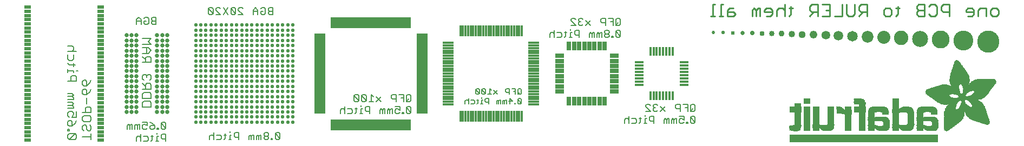
<source format=gbs>
G75*
%MOIN*%
%OFA0B0*%
%FSLAX25Y25*%
%IPPOS*%
%LPD*%
%AMOC8*
5,1,8,0,0,1.08239X$1,22.5*
%
%ADD10C,0.00800*%
%ADD11C,0.00600*%
%ADD12C,0.00700*%
%ADD13C,0.01000*%
%ADD14C,0.13635*%
%ADD15C,0.12257*%
%ADD16C,0.10997*%
%ADD17C,0.09855*%
%ADD18C,0.08871*%
%ADD19C,0.08005*%
%ADD20C,0.07217*%
%ADD21C,0.06509*%
%ADD22C,0.05879*%
%ADD23C,0.05328*%
%ADD24C,0.04816*%
%ADD25C,0.04391*%
%ADD26C,0.03997*%
%ADD27C,0.03646*%
%ADD28C,0.03335*%
%ADD29C,0.03056*%
%ADD30C,0.02812*%
%ADD31C,0.02591*%
%ADD32C,0.02394*%
%ADD33C,0.02221*%
%ADD34C,0.02064*%
%ADD35R,0.06706X0.01981*%
%ADD36R,0.01981X0.06706*%
%ADD37C,0.02178*%
%ADD38R,0.06706X0.01587*%
%ADD39R,0.01587X0.06706*%
%ADD40R,0.05800X0.03000*%
%ADD41R,0.03000X0.05800*%
%ADD42R,0.05300X0.01800*%
%ADD43R,0.01800X0.05300*%
%ADD44R,0.03950X0.02178*%
%ADD45C,0.02572*%
%ADD46R,0.00900X0.00100*%
%ADD47R,0.02500X0.00100*%
%ADD48R,0.01500X0.00100*%
%ADD49R,0.04400X0.00100*%
%ADD50R,0.04200X0.00100*%
%ADD51R,0.03800X0.00100*%
%ADD52R,0.04500X0.00100*%
%ADD53R,0.04300X0.00100*%
%ADD54R,0.04100X0.00100*%
%ADD55R,0.04000X0.00100*%
%ADD56R,0.01800X0.00100*%
%ADD57R,0.05100X0.00100*%
%ADD58R,0.04600X0.00100*%
%ADD59R,0.04800X0.00100*%
%ADD60R,0.04700X0.00100*%
%ADD61R,0.02100X0.00100*%
%ADD62R,0.05700X0.00100*%
%ADD63R,0.05600X0.00100*%
%ADD64R,0.05200X0.00100*%
%ADD65R,0.02300X0.00100*%
%ADD66R,0.06000X0.00100*%
%ADD67R,0.05800X0.00100*%
%ADD68R,0.02600X0.00100*%
%ADD69R,0.06400X0.00100*%
%ADD70R,0.05900X0.00100*%
%ADD71R,0.06300X0.00100*%
%ADD72R,0.06200X0.00100*%
%ADD73R,0.02800X0.00100*%
%ADD74R,0.06700X0.00100*%
%ADD75R,0.03100X0.00100*%
%ADD76R,0.07000X0.00100*%
%ADD77R,0.06600X0.00100*%
%ADD78R,0.06500X0.00100*%
%ADD79R,0.03200X0.00100*%
%ADD80R,0.07300X0.00100*%
%ADD81R,0.06800X0.00100*%
%ADD82R,0.07200X0.00100*%
%ADD83R,0.03400X0.00100*%
%ADD84R,0.07500X0.00100*%
%ADD85R,0.07100X0.00100*%
%ADD86R,0.03600X0.00100*%
%ADD87R,0.07800X0.00100*%
%ADD88R,0.07700X0.00100*%
%ADD89R,0.03700X0.00100*%
%ADD90R,0.07900X0.00100*%
%ADD91R,0.03900X0.00100*%
%ADD92R,0.08100X0.00100*%
%ADD93R,0.08200X0.00100*%
%ADD94R,0.06900X0.00100*%
%ADD95R,0.08500X0.00100*%
%ADD96R,0.08400X0.00100*%
%ADD97R,0.08600X0.00100*%
%ADD98R,0.08300X0.00100*%
%ADD99R,0.08800X0.00100*%
%ADD100R,0.13100X0.00100*%
%ADD101R,0.08700X0.00100*%
%ADD102R,0.13200X0.00100*%
%ADD103R,0.04900X0.00100*%
%ADD104R,0.05300X0.00100*%
%ADD105R,0.13300X0.00100*%
%ADD106R,0.05500X0.00100*%
%ADD107R,0.13400X0.00100*%
%ADD108R,0.06100X0.00100*%
%ADD109R,0.13500X0.00100*%
%ADD110R,0.05400X0.00100*%
%ADD111R,0.05000X0.00100*%
%ADD112R,0.07400X0.00100*%
%ADD113R,0.00700X0.00100*%
%ADD114R,0.07600X0.00100*%
%ADD115R,0.01400X0.00100*%
%ADD116R,0.02000X0.00100*%
%ADD117R,0.02400X0.00100*%
%ADD118R,0.08900X0.00100*%
%ADD119R,0.09000X0.00100*%
%ADD120R,0.09200X0.00100*%
%ADD121R,0.09300X0.00100*%
%ADD122R,0.09400X0.00100*%
%ADD123R,0.09500X0.00100*%
%ADD124R,0.09700X0.00100*%
%ADD125R,0.09800X0.00100*%
%ADD126R,0.09900X0.00100*%
%ADD127R,0.10000X0.00100*%
%ADD128R,0.10100X0.00100*%
%ADD129R,0.10200X0.00100*%
%ADD130R,0.10300X0.00100*%
%ADD131R,0.10400X0.00100*%
%ADD132R,0.10500X0.00100*%
%ADD133R,0.10600X0.00100*%
%ADD134R,0.09600X0.00100*%
%ADD135R,0.10700X0.00100*%
%ADD136R,0.10800X0.00100*%
%ADD137R,0.10900X0.00100*%
%ADD138R,0.11000X0.00100*%
%ADD139R,0.11100X0.00100*%
%ADD140R,0.13000X0.00100*%
%ADD141R,0.11200X0.00100*%
%ADD142R,0.11300X0.00100*%
%ADD143R,0.12900X0.00100*%
%ADD144R,0.11400X0.00100*%
%ADD145R,0.12800X0.00100*%
%ADD146R,0.11500X0.00100*%
%ADD147R,0.11600X0.00100*%
%ADD148R,0.12700X0.00100*%
%ADD149R,0.11700X0.00100*%
%ADD150R,0.12600X0.00100*%
%ADD151R,0.12500X0.00100*%
%ADD152R,0.11900X0.00100*%
%ADD153R,0.12400X0.00100*%
%ADD154R,0.12000X0.00100*%
%ADD155R,0.11800X0.00100*%
%ADD156R,0.12300X0.00100*%
%ADD157R,0.12100X0.00100*%
%ADD158R,0.12200X0.00100*%
%ADD159R,0.03000X0.00100*%
%ADD160R,0.25800X0.00100*%
%ADD161R,0.25700X0.00100*%
%ADD162R,0.25600X0.00100*%
%ADD163R,0.25500X0.00100*%
%ADD164R,0.25400X0.00100*%
%ADD165R,0.25300X0.00100*%
%ADD166R,0.25200X0.00100*%
%ADD167R,0.25100X0.00100*%
%ADD168R,0.17600X0.00100*%
%ADD169R,0.17400X0.00100*%
%ADD170R,0.17200X0.00100*%
%ADD171R,0.17000X0.00100*%
%ADD172R,0.16900X0.00100*%
%ADD173R,0.16700X0.00100*%
%ADD174R,0.16600X0.00100*%
%ADD175R,0.16500X0.00100*%
%ADD176R,0.16300X0.00100*%
%ADD177R,0.16200X0.00100*%
%ADD178R,0.03500X0.00100*%
%ADD179R,0.16100X0.00100*%
%ADD180R,0.03300X0.00100*%
%ADD181R,0.16000X0.00100*%
%ADD182R,0.15900X0.00100*%
%ADD183R,0.15700X0.00100*%
%ADD184R,0.02700X0.00100*%
%ADD185R,0.08000X0.00100*%
%ADD186R,0.01900X0.00100*%
%ADD187R,0.02900X0.00100*%
%ADD188R,0.02200X0.00100*%
%ADD189R,0.13700X0.00100*%
%ADD190R,0.14000X0.00100*%
%ADD191R,0.14300X0.00100*%
%ADD192R,0.14500X0.00100*%
%ADD193R,0.14800X0.00100*%
%ADD194R,0.15200X0.00100*%
%ADD195R,0.18200X0.00100*%
%ADD196R,0.18300X0.00100*%
%ADD197R,0.18600X0.00100*%
%ADD198R,0.18800X0.00100*%
%ADD199R,0.19000X0.00100*%
%ADD200R,0.27500X0.00100*%
%ADD201R,0.28300X0.00100*%
%ADD202R,0.28800X0.00100*%
%ADD203R,0.29300X0.00100*%
%ADD204R,0.29800X0.00100*%
%ADD205R,0.30100X0.00100*%
%ADD206R,0.30400X0.00100*%
%ADD207R,0.30800X0.00100*%
%ADD208R,0.31200X0.00100*%
%ADD209R,0.31500X0.00100*%
%ADD210R,0.13800X0.00100*%
%ADD211R,0.14700X0.00100*%
%ADD212R,0.15400X0.00100*%
%ADD213R,0.24700X0.00100*%
%ADD214R,0.21700X0.00100*%
%ADD215R,0.09100X0.00100*%
%ADD216R,0.21600X0.00100*%
%ADD217R,0.21500X0.00100*%
%ADD218R,0.21400X0.00100*%
%ADD219R,0.21300X0.00100*%
%ADD220R,0.21200X0.00100*%
%ADD221R,0.21100X0.00100*%
%ADD222R,0.20900X0.00100*%
%ADD223R,0.20700X0.00100*%
%ADD224R,0.16800X0.00100*%
%ADD225R,0.20600X0.00100*%
%ADD226R,0.20500X0.00100*%
%ADD227R,0.20300X0.00100*%
%ADD228R,0.17100X0.00100*%
%ADD229R,0.20100X0.00100*%
%ADD230R,0.19900X0.00100*%
%ADD231R,0.19700X0.00100*%
%ADD232R,0.17300X0.00100*%
%ADD233R,0.19500X0.00100*%
%ADD234R,0.19200X0.00100*%
%ADD235R,0.18400X0.00100*%
%ADD236R,0.17700X0.00100*%
%ADD237R,0.18100X0.00100*%
%ADD238R,0.17800X0.00100*%
%ADD239R,0.17900X0.00100*%
%ADD240R,0.18500X0.00100*%
%ADD241R,0.18900X0.00100*%
%ADD242R,0.19100X0.00100*%
%ADD243R,0.19400X0.00100*%
%ADD244R,0.19600X0.00100*%
%ADD245R,0.20000X0.00100*%
%ADD246R,0.15800X0.00100*%
%ADD247R,0.15600X0.00100*%
%ADD248R,0.15500X0.00100*%
%ADD249R,0.15300X0.00100*%
%ADD250R,0.15100X0.00100*%
%ADD251R,0.15000X0.00100*%
%ADD252R,0.14900X0.00100*%
%ADD253R,0.14600X0.00100*%
%ADD254R,0.14200X0.00100*%
%ADD255R,0.13600X0.00100*%
%ADD256R,0.01000X0.00100*%
%ADD257R,0.91732X0.05039*%
D10*
X0120402Y0014400D02*
X0120402Y0016502D01*
X0121102Y0017202D01*
X0122503Y0017202D01*
X0123204Y0016502D01*
X0125006Y0017202D02*
X0127107Y0017202D01*
X0127808Y0016502D01*
X0127808Y0015101D01*
X0127107Y0014400D01*
X0125006Y0014400D01*
X0123204Y0014400D02*
X0123204Y0018604D01*
X0129476Y0017202D02*
X0130877Y0017202D01*
X0130177Y0017903D02*
X0130177Y0015101D01*
X0129476Y0014400D01*
X0132545Y0014400D02*
X0133947Y0014400D01*
X0133246Y0014400D02*
X0133246Y0017202D01*
X0133947Y0017202D01*
X0133246Y0018604D02*
X0133246Y0019304D01*
X0135748Y0017903D02*
X0135748Y0016502D01*
X0136449Y0015801D01*
X0138550Y0015801D01*
X0138550Y0014400D02*
X0138550Y0018604D01*
X0136449Y0018604D01*
X0135748Y0017903D01*
X0144956Y0016502D02*
X0144956Y0014400D01*
X0146357Y0014400D02*
X0146357Y0016502D01*
X0145656Y0017202D01*
X0144956Y0016502D01*
X0146357Y0016502D02*
X0147058Y0017202D01*
X0147758Y0017202D01*
X0147758Y0014400D01*
X0149560Y0014400D02*
X0149560Y0016502D01*
X0150260Y0017202D01*
X0150961Y0016502D01*
X0150961Y0014400D01*
X0152362Y0014400D02*
X0152362Y0017202D01*
X0151662Y0017202D01*
X0150961Y0016502D01*
X0154164Y0017202D02*
X0154164Y0017903D01*
X0154864Y0018604D01*
X0156266Y0018604D01*
X0156966Y0017903D01*
X0156966Y0017202D01*
X0156266Y0016502D01*
X0154864Y0016502D01*
X0154164Y0015801D01*
X0154164Y0015101D01*
X0154864Y0014400D01*
X0156266Y0014400D01*
X0156966Y0015101D01*
X0156966Y0015801D01*
X0156266Y0016502D01*
X0154864Y0016502D02*
X0154164Y0017202D01*
X0161070Y0017903D02*
X0163872Y0015101D01*
X0163171Y0014400D01*
X0161770Y0014400D01*
X0161070Y0015101D01*
X0161070Y0017903D01*
X0161770Y0018604D01*
X0163171Y0018604D01*
X0163872Y0017903D01*
X0163872Y0015101D01*
X0159268Y0015101D02*
X0158568Y0015101D01*
X0158568Y0014400D01*
X0159268Y0014400D01*
X0159268Y0015101D01*
X0159600Y0091400D02*
X0157498Y0091400D01*
X0156798Y0092101D01*
X0156798Y0092801D01*
X0157498Y0093502D01*
X0159600Y0093502D01*
X0159600Y0095604D02*
X0157498Y0095604D01*
X0156798Y0094903D01*
X0156798Y0094202D01*
X0157498Y0093502D01*
X0154996Y0094903D02*
X0154996Y0092101D01*
X0154295Y0091400D01*
X0152894Y0091400D01*
X0152194Y0092101D01*
X0152194Y0093502D01*
X0153595Y0093502D01*
X0154996Y0094903D02*
X0154295Y0095604D01*
X0152894Y0095604D01*
X0152194Y0094903D01*
X0150392Y0094202D02*
X0148991Y0095604D01*
X0147590Y0094202D01*
X0147590Y0091400D01*
X0150392Y0091400D02*
X0150392Y0094202D01*
X0150392Y0093502D02*
X0147590Y0093502D01*
X0141184Y0094903D02*
X0140484Y0095604D01*
X0139083Y0095604D01*
X0138382Y0094903D01*
X0138382Y0094202D01*
X0141184Y0091400D01*
X0138382Y0091400D01*
X0136580Y0092101D02*
X0133778Y0094903D01*
X0133778Y0092101D01*
X0134479Y0091400D01*
X0135880Y0091400D01*
X0136580Y0092101D01*
X0136580Y0094903D01*
X0135880Y0095604D01*
X0134479Y0095604D01*
X0133778Y0094903D01*
X0131976Y0095604D02*
X0129174Y0091400D01*
X0127373Y0091400D02*
X0124570Y0094202D01*
X0124570Y0094903D01*
X0125271Y0095604D01*
X0126672Y0095604D01*
X0127373Y0094903D01*
X0129174Y0095604D02*
X0131976Y0091400D01*
X0127373Y0091400D02*
X0124570Y0091400D01*
X0122769Y0092101D02*
X0119966Y0094903D01*
X0119966Y0092101D01*
X0120667Y0091400D01*
X0122068Y0091400D01*
X0122769Y0092101D01*
X0122769Y0094903D01*
X0122068Y0095604D01*
X0120667Y0095604D01*
X0119966Y0094903D01*
X0159600Y0095604D02*
X0159600Y0091400D01*
D11*
X0087700Y0089704D02*
X0087700Y0085300D01*
X0085498Y0085300D01*
X0084764Y0086034D01*
X0084764Y0086768D01*
X0085498Y0087502D01*
X0087700Y0087502D01*
X0085498Y0087502D02*
X0084764Y0088236D01*
X0084764Y0088970D01*
X0085498Y0089704D01*
X0087700Y0089704D01*
X0083096Y0088970D02*
X0083096Y0086034D01*
X0082362Y0085300D01*
X0080894Y0085300D01*
X0080160Y0086034D01*
X0080160Y0087502D01*
X0081628Y0087502D01*
X0080160Y0088970D02*
X0080894Y0089704D01*
X0082362Y0089704D01*
X0083096Y0088970D01*
X0078492Y0088236D02*
X0077024Y0089704D01*
X0075556Y0088236D01*
X0075556Y0085300D01*
X0078492Y0085300D02*
X0078492Y0088236D01*
X0078492Y0087502D02*
X0075556Y0087502D01*
X0284649Y0045136D02*
X0286918Y0042867D01*
X0286351Y0042300D01*
X0285217Y0042300D01*
X0284649Y0042867D01*
X0284649Y0045136D01*
X0285217Y0045703D01*
X0286351Y0045703D01*
X0286918Y0045136D01*
X0286918Y0042867D01*
X0288333Y0042867D02*
X0288900Y0042300D01*
X0290034Y0042300D01*
X0290601Y0042867D01*
X0288333Y0045136D01*
X0288333Y0042867D01*
X0290601Y0042867D02*
X0290601Y0045136D01*
X0290034Y0045703D01*
X0288900Y0045703D01*
X0288333Y0045136D01*
X0293150Y0045703D02*
X0293150Y0042300D01*
X0294284Y0042300D02*
X0292016Y0042300D01*
X0295699Y0042300D02*
X0297967Y0044569D01*
X0295699Y0044569D02*
X0297967Y0042300D01*
X0303065Y0044001D02*
X0303632Y0043434D01*
X0305334Y0043434D01*
X0305334Y0042300D02*
X0305334Y0045703D01*
X0303632Y0045703D01*
X0303065Y0045136D01*
X0303065Y0044001D01*
X0306748Y0045703D02*
X0309017Y0045703D01*
X0309017Y0042300D01*
X0310431Y0042300D02*
X0311566Y0043434D01*
X0312133Y0042300D02*
X0312700Y0042867D01*
X0312700Y0045136D01*
X0312133Y0045703D01*
X0310999Y0045703D01*
X0310431Y0045136D01*
X0310431Y0042867D01*
X0310999Y0042300D01*
X0312133Y0042300D01*
X0312133Y0039703D02*
X0310999Y0039703D01*
X0310431Y0039136D01*
X0312700Y0036867D01*
X0312133Y0036300D01*
X0310999Y0036300D01*
X0310431Y0036867D01*
X0310431Y0039136D01*
X0312133Y0039703D02*
X0312700Y0039136D01*
X0312700Y0036867D01*
X0309017Y0036867D02*
X0308450Y0036867D01*
X0308450Y0036300D01*
X0309017Y0036300D01*
X0309017Y0036867D01*
X0307175Y0038001D02*
X0304907Y0038001D01*
X0303492Y0038569D02*
X0303492Y0036300D01*
X0302358Y0036300D02*
X0302358Y0038001D01*
X0301791Y0038569D01*
X0301224Y0038001D01*
X0301224Y0036300D01*
X0299809Y0036300D02*
X0299809Y0038569D01*
X0299242Y0038569D01*
X0298675Y0038001D01*
X0298108Y0038569D01*
X0297540Y0038001D01*
X0297540Y0036300D01*
X0298675Y0036300D02*
X0298675Y0038001D01*
X0302358Y0038001D02*
X0302925Y0038569D01*
X0303492Y0038569D01*
X0305474Y0039703D02*
X0307175Y0038001D01*
X0305474Y0036300D02*
X0305474Y0039703D01*
X0292443Y0039703D02*
X0290741Y0039703D01*
X0290174Y0039136D01*
X0290174Y0038001D01*
X0290741Y0037434D01*
X0292443Y0037434D01*
X0292443Y0036300D02*
X0292443Y0039703D01*
X0288760Y0038569D02*
X0288192Y0038569D01*
X0288192Y0036300D01*
X0287625Y0036300D02*
X0288760Y0036300D01*
X0285737Y0036867D02*
X0285170Y0036300D01*
X0285737Y0036867D02*
X0285737Y0039136D01*
X0286304Y0038569D02*
X0285170Y0038569D01*
X0283849Y0038001D02*
X0283282Y0038569D01*
X0281580Y0038569D01*
X0280166Y0038001D02*
X0279598Y0038569D01*
X0278464Y0038569D01*
X0277897Y0038001D01*
X0277897Y0036300D01*
X0280166Y0036300D02*
X0280166Y0039703D01*
X0283849Y0038001D02*
X0283849Y0036867D01*
X0283282Y0036300D01*
X0281580Y0036300D01*
X0288192Y0039703D02*
X0288192Y0040270D01*
X0293150Y0045703D02*
X0294284Y0044569D01*
X0307883Y0044001D02*
X0309017Y0044001D01*
X0244700Y0041470D02*
X0244700Y0038534D01*
X0243966Y0037800D01*
X0242498Y0037800D01*
X0241764Y0038534D01*
X0241764Y0041470D01*
X0242498Y0042204D01*
X0243966Y0042204D01*
X0244700Y0041470D01*
X0240096Y0042204D02*
X0237160Y0042204D01*
X0235492Y0042204D02*
X0233290Y0042204D01*
X0232556Y0041470D01*
X0232556Y0040002D01*
X0233290Y0039268D01*
X0235492Y0039268D01*
X0235492Y0037800D02*
X0235492Y0042204D01*
X0240096Y0042204D02*
X0240096Y0037800D01*
X0241764Y0037800D02*
X0243232Y0039268D01*
X0240096Y0040002D02*
X0238628Y0040002D01*
X0226284Y0040736D02*
X0223348Y0037800D01*
X0221680Y0037800D02*
X0218745Y0037800D01*
X0220212Y0037800D02*
X0220212Y0042204D01*
X0221680Y0040736D01*
X0223348Y0040736D02*
X0226284Y0037800D01*
X0217076Y0038534D02*
X0214141Y0041470D01*
X0214141Y0038534D01*
X0214875Y0037800D01*
X0216342Y0037800D01*
X0217076Y0038534D01*
X0217076Y0041470D01*
X0216342Y0042204D01*
X0214875Y0042204D01*
X0214141Y0041470D01*
X0212473Y0041470D02*
X0211739Y0042204D01*
X0210271Y0042204D01*
X0209537Y0041470D01*
X0212473Y0038534D01*
X0211739Y0037800D01*
X0210271Y0037800D01*
X0209537Y0038534D01*
X0209537Y0041470D01*
X0212473Y0041470D02*
X0212473Y0038534D01*
X0214041Y0035438D02*
X0214041Y0034704D01*
X0214041Y0033236D02*
X0214041Y0030300D01*
X0214774Y0030300D02*
X0213307Y0030300D01*
X0210971Y0031034D02*
X0210237Y0030300D01*
X0210971Y0031034D02*
X0210971Y0033970D01*
X0211705Y0033236D02*
X0210237Y0033236D01*
X0208636Y0032502D02*
X0208636Y0031034D01*
X0207902Y0030300D01*
X0205700Y0030300D01*
X0204032Y0030300D02*
X0204032Y0034704D01*
X0203298Y0033236D02*
X0201830Y0033236D01*
X0201096Y0032502D01*
X0201096Y0030300D01*
X0204032Y0032502D02*
X0203298Y0033236D01*
X0205700Y0033236D02*
X0207902Y0033236D01*
X0208636Y0032502D01*
X0214041Y0033236D02*
X0214774Y0033236D01*
X0216443Y0033970D02*
X0216443Y0032502D01*
X0217177Y0031768D01*
X0219378Y0031768D01*
X0219378Y0030300D02*
X0219378Y0034704D01*
X0217177Y0034704D01*
X0216443Y0033970D01*
X0225650Y0032502D02*
X0225650Y0030300D01*
X0227118Y0030300D02*
X0227118Y0032502D01*
X0226384Y0033236D01*
X0225650Y0032502D01*
X0227118Y0032502D02*
X0227852Y0033236D01*
X0228586Y0033236D01*
X0228586Y0030300D01*
X0230254Y0030300D02*
X0230254Y0032502D01*
X0230988Y0033236D01*
X0231722Y0032502D01*
X0231722Y0030300D01*
X0233190Y0030300D02*
X0233190Y0033236D01*
X0232456Y0033236D01*
X0231722Y0032502D01*
X0234858Y0032502D02*
X0234858Y0031034D01*
X0235592Y0030300D01*
X0237060Y0030300D01*
X0237794Y0031034D01*
X0237794Y0032502D02*
X0236326Y0033236D01*
X0235592Y0033236D01*
X0234858Y0032502D01*
X0237794Y0032502D02*
X0237794Y0034704D01*
X0234858Y0034704D01*
X0241764Y0033970D02*
X0244700Y0031034D01*
X0243966Y0030300D01*
X0242498Y0030300D01*
X0241764Y0031034D01*
X0241764Y0033970D01*
X0242498Y0034704D01*
X0243966Y0034704D01*
X0244700Y0033970D01*
X0244700Y0031034D01*
X0240096Y0031034D02*
X0239362Y0031034D01*
X0239362Y0030300D01*
X0240096Y0030300D01*
X0240096Y0031034D01*
X0376096Y0026502D02*
X0376096Y0024300D01*
X0379032Y0024300D02*
X0379032Y0028704D01*
X0378298Y0027236D02*
X0376830Y0027236D01*
X0376096Y0026502D01*
X0378298Y0027236D02*
X0379032Y0026502D01*
X0380700Y0027236D02*
X0382902Y0027236D01*
X0383636Y0026502D01*
X0383636Y0025034D01*
X0382902Y0024300D01*
X0380700Y0024300D01*
X0385237Y0024300D02*
X0385971Y0025034D01*
X0385971Y0027970D01*
X0386705Y0027236D02*
X0385237Y0027236D01*
X0389041Y0027236D02*
X0389041Y0024300D01*
X0389774Y0024300D02*
X0388307Y0024300D01*
X0391443Y0026502D02*
X0392177Y0025768D01*
X0394378Y0025768D01*
X0394378Y0024300D02*
X0394378Y0028704D01*
X0392177Y0028704D01*
X0391443Y0027970D01*
X0391443Y0026502D01*
X0389774Y0027236D02*
X0389041Y0027236D01*
X0389041Y0028704D02*
X0389041Y0029438D01*
X0389141Y0031800D02*
X0392076Y0031800D01*
X0389141Y0034736D01*
X0389141Y0035470D01*
X0389875Y0036204D01*
X0391342Y0036204D01*
X0392076Y0035470D01*
X0393745Y0035470D02*
X0393745Y0034736D01*
X0394479Y0034002D01*
X0393745Y0033268D01*
X0393745Y0032534D01*
X0394479Y0031800D01*
X0395946Y0031800D01*
X0396680Y0032534D01*
X0398348Y0031800D02*
X0401284Y0034736D01*
X0401284Y0031800D02*
X0398348Y0034736D01*
X0396680Y0035470D02*
X0395946Y0036204D01*
X0394479Y0036204D01*
X0393745Y0035470D01*
X0394479Y0034002D02*
X0395212Y0034002D01*
X0407556Y0034002D02*
X0407556Y0035470D01*
X0408290Y0036204D01*
X0410492Y0036204D01*
X0410492Y0031800D01*
X0415096Y0031800D02*
X0415096Y0036204D01*
X0412160Y0036204D01*
X0416764Y0035470D02*
X0416764Y0032534D01*
X0417498Y0031800D01*
X0418966Y0031800D01*
X0419700Y0032534D01*
X0419700Y0035470D01*
X0418966Y0036204D01*
X0417498Y0036204D01*
X0416764Y0035470D01*
X0415096Y0034002D02*
X0413628Y0034002D01*
X0410492Y0033268D02*
X0408290Y0033268D01*
X0407556Y0034002D01*
X0416764Y0031800D02*
X0418232Y0033268D01*
X0417498Y0028704D02*
X0416764Y0027970D01*
X0419700Y0025034D01*
X0418966Y0024300D01*
X0417498Y0024300D01*
X0416764Y0025034D01*
X0416764Y0027970D01*
X0417498Y0028704D02*
X0418966Y0028704D01*
X0419700Y0027970D01*
X0419700Y0025034D01*
X0415096Y0025034D02*
X0414362Y0025034D01*
X0414362Y0024300D01*
X0415096Y0024300D01*
X0415096Y0025034D01*
X0412794Y0025034D02*
X0412060Y0024300D01*
X0410592Y0024300D01*
X0409858Y0025034D01*
X0409858Y0026502D01*
X0410592Y0027236D01*
X0411326Y0027236D01*
X0412794Y0026502D01*
X0412794Y0028704D01*
X0409858Y0028704D01*
X0408190Y0027236D02*
X0407456Y0027236D01*
X0406722Y0026502D01*
X0405988Y0027236D01*
X0405254Y0026502D01*
X0405254Y0024300D01*
X0406722Y0024300D02*
X0406722Y0026502D01*
X0408190Y0027236D02*
X0408190Y0024300D01*
X0403586Y0024300D02*
X0403586Y0027236D01*
X0402852Y0027236D01*
X0402118Y0026502D01*
X0401384Y0027236D01*
X0400650Y0026502D01*
X0400650Y0024300D01*
X0402118Y0024300D02*
X0402118Y0026502D01*
X0372966Y0077300D02*
X0373700Y0078034D01*
X0370764Y0080970D01*
X0370764Y0078034D01*
X0371498Y0077300D01*
X0372966Y0077300D01*
X0373700Y0078034D02*
X0373700Y0080970D01*
X0372966Y0081704D01*
X0371498Y0081704D01*
X0370764Y0080970D01*
X0366794Y0080970D02*
X0366794Y0080236D01*
X0366060Y0079502D01*
X0364592Y0079502D01*
X0363858Y0078768D01*
X0363858Y0078034D01*
X0364592Y0077300D01*
X0366060Y0077300D01*
X0366794Y0078034D01*
X0366794Y0078768D01*
X0366060Y0079502D01*
X0364592Y0079502D02*
X0363858Y0080236D01*
X0363858Y0080970D01*
X0364592Y0081704D01*
X0366060Y0081704D01*
X0366794Y0080970D01*
X0362190Y0080236D02*
X0361456Y0080236D01*
X0360722Y0079502D01*
X0359988Y0080236D01*
X0359254Y0079502D01*
X0359254Y0077300D01*
X0360722Y0077300D02*
X0360722Y0079502D01*
X0362190Y0080236D02*
X0362190Y0077300D01*
X0357586Y0077300D02*
X0357586Y0080236D01*
X0356852Y0080236D01*
X0356118Y0079502D01*
X0355384Y0080236D01*
X0354650Y0079502D01*
X0354650Y0077300D01*
X0356118Y0077300D02*
X0356118Y0079502D01*
X0348378Y0078768D02*
X0346177Y0078768D01*
X0345443Y0079502D01*
X0345443Y0080970D01*
X0346177Y0081704D01*
X0348378Y0081704D01*
X0348378Y0077300D01*
X0343774Y0077300D02*
X0342307Y0077300D01*
X0343041Y0077300D02*
X0343041Y0080236D01*
X0343774Y0080236D01*
X0340705Y0080236D02*
X0339237Y0080236D01*
X0339971Y0080970D02*
X0339971Y0078034D01*
X0339237Y0077300D01*
X0337636Y0078034D02*
X0336902Y0077300D01*
X0334700Y0077300D01*
X0333032Y0077300D02*
X0333032Y0081704D01*
X0332298Y0080236D02*
X0330830Y0080236D01*
X0330096Y0079502D01*
X0330096Y0077300D01*
X0333032Y0079502D02*
X0332298Y0080236D01*
X0334700Y0080236D02*
X0336902Y0080236D01*
X0337636Y0079502D01*
X0337636Y0078034D01*
X0343041Y0081704D02*
X0343041Y0082438D01*
X0343141Y0084800D02*
X0346076Y0084800D01*
X0343141Y0087736D01*
X0343141Y0088470D01*
X0343875Y0089204D01*
X0345342Y0089204D01*
X0346076Y0088470D01*
X0347745Y0088470D02*
X0347745Y0087736D01*
X0348479Y0087002D01*
X0347745Y0086268D01*
X0347745Y0085534D01*
X0348479Y0084800D01*
X0349946Y0084800D01*
X0350680Y0085534D01*
X0352348Y0084800D02*
X0355284Y0087736D01*
X0355284Y0084800D02*
X0352348Y0087736D01*
X0350680Y0088470D02*
X0349946Y0089204D01*
X0348479Y0089204D01*
X0347745Y0088470D01*
X0348479Y0087002D02*
X0349212Y0087002D01*
X0361556Y0087002D02*
X0362290Y0086268D01*
X0364492Y0086268D01*
X0364492Y0084800D02*
X0364492Y0089204D01*
X0362290Y0089204D01*
X0361556Y0088470D01*
X0361556Y0087002D01*
X0367628Y0087002D02*
X0369096Y0087002D01*
X0370764Y0088470D02*
X0370764Y0085534D01*
X0371498Y0084800D01*
X0372966Y0084800D01*
X0373700Y0085534D01*
X0373700Y0088470D01*
X0372966Y0089204D01*
X0371498Y0089204D01*
X0370764Y0088470D01*
X0369096Y0089204D02*
X0366160Y0089204D01*
X0369096Y0089204D02*
X0369096Y0084800D01*
X0370764Y0084800D02*
X0372232Y0086268D01*
X0369096Y0078034D02*
X0368362Y0078034D01*
X0368362Y0077300D01*
X0369096Y0077300D01*
X0369096Y0078034D01*
X0093700Y0024470D02*
X0092966Y0025204D01*
X0091498Y0025204D01*
X0090764Y0024470D01*
X0093700Y0021534D01*
X0092966Y0020800D01*
X0091498Y0020800D01*
X0090764Y0021534D01*
X0090764Y0024470D01*
X0093700Y0024470D02*
X0093700Y0021534D01*
X0089096Y0021534D02*
X0089096Y0020800D01*
X0088362Y0020800D01*
X0088362Y0021534D01*
X0089096Y0021534D01*
X0086794Y0021534D02*
X0086060Y0020800D01*
X0084592Y0020800D01*
X0083858Y0021534D01*
X0083858Y0022268D01*
X0084592Y0023002D01*
X0086794Y0023002D01*
X0086794Y0021534D01*
X0086794Y0023002D02*
X0085326Y0024470D01*
X0083858Y0025204D01*
X0082190Y0025204D02*
X0082190Y0023002D01*
X0080722Y0023736D01*
X0079988Y0023736D01*
X0079254Y0023002D01*
X0079254Y0021534D01*
X0079988Y0020800D01*
X0081456Y0020800D01*
X0082190Y0021534D01*
X0077586Y0020800D02*
X0077586Y0023736D01*
X0076852Y0023736D01*
X0076118Y0023002D01*
X0075384Y0023736D01*
X0074650Y0023002D01*
X0074650Y0020800D01*
X0076118Y0020800D02*
X0076118Y0023002D01*
X0072982Y0023736D02*
X0072248Y0023736D01*
X0071514Y0023002D01*
X0070780Y0023736D01*
X0070047Y0023002D01*
X0070047Y0020800D01*
X0071514Y0020800D02*
X0071514Y0023002D01*
X0072982Y0023736D02*
X0072982Y0020800D01*
X0078354Y0017704D02*
X0078354Y0013300D01*
X0080022Y0013300D02*
X0082224Y0013300D01*
X0082958Y0014034D01*
X0082958Y0015502D01*
X0082224Y0016236D01*
X0080022Y0016236D01*
X0078354Y0015502D02*
X0077620Y0016236D01*
X0076152Y0016236D01*
X0075418Y0015502D01*
X0075418Y0013300D01*
X0084559Y0013300D02*
X0085293Y0014034D01*
X0085293Y0016970D01*
X0086027Y0016236D02*
X0084559Y0016236D01*
X0088362Y0016236D02*
X0088362Y0013300D01*
X0089096Y0013300D02*
X0087628Y0013300D01*
X0090764Y0015502D02*
X0091498Y0014768D01*
X0093700Y0014768D01*
X0093700Y0013300D02*
X0093700Y0017704D01*
X0091498Y0017704D01*
X0090764Y0016970D01*
X0090764Y0015502D01*
X0089096Y0016236D02*
X0088362Y0016236D01*
X0088362Y0017704D02*
X0088362Y0018438D01*
X0082190Y0025204D02*
X0079254Y0025204D01*
D12*
X0047655Y0026284D02*
X0046770Y0025399D01*
X0043234Y0025399D01*
X0042350Y0026284D01*
X0042350Y0028052D01*
X0043234Y0028936D01*
X0046770Y0028936D01*
X0047655Y0028052D01*
X0047655Y0026284D01*
X0038655Y0026173D02*
X0037770Y0024405D01*
X0036002Y0022637D01*
X0036002Y0025289D01*
X0035118Y0026173D01*
X0034234Y0026173D01*
X0033350Y0025289D01*
X0033350Y0023521D01*
X0034234Y0022637D01*
X0036002Y0022637D01*
X0042350Y0022527D02*
X0042350Y0020759D01*
X0043234Y0019875D01*
X0045002Y0020759D02*
X0045002Y0022527D01*
X0044118Y0023411D01*
X0043234Y0023411D01*
X0042350Y0022527D01*
X0046770Y0023411D02*
X0047655Y0022527D01*
X0047655Y0020759D01*
X0046770Y0019875D01*
X0045886Y0019875D01*
X0045002Y0020759D01*
X0047655Y0017886D02*
X0047655Y0014350D01*
X0047655Y0016118D02*
X0042350Y0016118D01*
X0038655Y0015234D02*
X0038655Y0017002D01*
X0037770Y0017886D01*
X0034234Y0014350D01*
X0033350Y0015234D01*
X0033350Y0017002D01*
X0034234Y0017886D01*
X0037770Y0017886D01*
X0034234Y0019875D02*
X0034234Y0020759D01*
X0033350Y0020759D01*
X0033350Y0019875D01*
X0034234Y0019875D01*
X0034234Y0014350D02*
X0037770Y0014350D01*
X0038655Y0015234D01*
X0038655Y0028162D02*
X0036002Y0028162D01*
X0036886Y0029930D01*
X0036886Y0030814D01*
X0036002Y0031698D01*
X0034234Y0031698D01*
X0033350Y0030814D01*
X0033350Y0029046D01*
X0034234Y0028162D01*
X0038655Y0028162D02*
X0038655Y0031698D01*
X0042350Y0030924D02*
X0047655Y0030924D01*
X0047655Y0033576D01*
X0046770Y0034461D01*
X0045002Y0034461D01*
X0044118Y0033576D01*
X0044118Y0030924D01*
X0036886Y0033687D02*
X0033350Y0033687D01*
X0036002Y0035455D02*
X0036886Y0034571D01*
X0036886Y0033687D01*
X0036002Y0035455D02*
X0036886Y0036339D01*
X0036002Y0037223D01*
X0033350Y0037223D01*
X0033350Y0035455D02*
X0036002Y0035455D01*
X0045002Y0036449D02*
X0045002Y0039985D01*
X0036886Y0040095D02*
X0036886Y0039211D01*
X0033350Y0039211D01*
X0036002Y0040979D02*
X0036886Y0040095D01*
X0036002Y0040979D02*
X0036886Y0041863D01*
X0036002Y0042748D01*
X0033350Y0042748D01*
X0033350Y0040979D02*
X0036002Y0040979D01*
X0042350Y0042858D02*
X0042350Y0044626D01*
X0043234Y0045510D01*
X0044118Y0045510D01*
X0045002Y0044626D01*
X0045002Y0041974D01*
X0043234Y0041974D01*
X0042350Y0042858D01*
X0045002Y0041974D02*
X0046770Y0043742D01*
X0047655Y0045510D01*
X0045002Y0047498D02*
X0045002Y0050151D01*
X0044118Y0051035D01*
X0043234Y0051035D01*
X0042350Y0050151D01*
X0042350Y0048382D01*
X0043234Y0047498D01*
X0045002Y0047498D01*
X0046770Y0049266D01*
X0047655Y0051035D01*
X0038655Y0050261D02*
X0038655Y0052913D01*
X0037770Y0053797D01*
X0036002Y0053797D01*
X0035118Y0052913D01*
X0035118Y0050261D01*
X0033350Y0050261D02*
X0038655Y0050261D01*
X0036886Y0055785D02*
X0036886Y0056669D01*
X0033350Y0056669D01*
X0033350Y0055785D02*
X0033350Y0057554D01*
X0038655Y0056669D02*
X0039539Y0056669D01*
X0036886Y0059469D02*
X0036886Y0061237D01*
X0037770Y0060353D02*
X0034234Y0060353D01*
X0033350Y0061237D01*
X0034234Y0063152D02*
X0033350Y0064036D01*
X0033350Y0066688D01*
X0036886Y0066688D02*
X0036886Y0064036D01*
X0036002Y0063152D01*
X0034234Y0063152D01*
X0033350Y0068676D02*
X0038655Y0068676D01*
X0036886Y0069560D02*
X0036886Y0071329D01*
X0036002Y0072213D01*
X0033350Y0072213D01*
X0036002Y0068676D02*
X0036886Y0069560D01*
X0079350Y0071035D02*
X0082886Y0071035D01*
X0084655Y0069266D01*
X0082886Y0067498D01*
X0079350Y0067498D01*
X0082002Y0067498D02*
X0082002Y0071035D01*
X0079350Y0073023D02*
X0084655Y0073023D01*
X0082886Y0074791D01*
X0084655Y0076559D01*
X0079350Y0076559D01*
X0079350Y0065510D02*
X0081118Y0063742D01*
X0081118Y0064626D02*
X0081118Y0061974D01*
X0079350Y0061974D02*
X0084655Y0061974D01*
X0084655Y0064626D01*
X0083770Y0065510D01*
X0082002Y0065510D01*
X0081118Y0064626D01*
X0081118Y0054461D02*
X0080234Y0054461D01*
X0079350Y0053576D01*
X0079350Y0051808D01*
X0080234Y0050924D01*
X0082002Y0052692D02*
X0082002Y0053576D01*
X0081118Y0054461D01*
X0082002Y0053576D02*
X0082886Y0054461D01*
X0083770Y0054461D01*
X0084655Y0053576D01*
X0084655Y0051808D01*
X0083770Y0050924D01*
X0083770Y0048936D02*
X0082002Y0048936D01*
X0081118Y0048052D01*
X0081118Y0045399D01*
X0079350Y0045399D02*
X0084655Y0045399D01*
X0084655Y0048052D01*
X0083770Y0048936D01*
X0081118Y0047168D02*
X0079350Y0048936D01*
X0080234Y0043411D02*
X0083770Y0043411D01*
X0084655Y0042527D01*
X0084655Y0039875D01*
X0079350Y0039875D01*
X0079350Y0042527D01*
X0080234Y0043411D01*
X0080234Y0037886D02*
X0083770Y0037886D01*
X0084655Y0037002D01*
X0084655Y0034350D01*
X0079350Y0034350D01*
X0079350Y0037002D01*
X0080234Y0037886D01*
D13*
X0429362Y0090500D02*
X0431781Y0090500D01*
X0430572Y0090500D02*
X0430572Y0097756D01*
X0431781Y0097756D01*
X0435636Y0097756D02*
X0435636Y0090500D01*
X0436845Y0090500D02*
X0434427Y0090500D01*
X0439604Y0090500D02*
X0443232Y0090500D01*
X0444442Y0091709D01*
X0443232Y0092919D01*
X0439604Y0092919D01*
X0439604Y0094128D02*
X0439604Y0090500D01*
X0439604Y0094128D02*
X0440814Y0095337D01*
X0443232Y0095337D01*
X0436845Y0097756D02*
X0435636Y0097756D01*
X0454797Y0094128D02*
X0454797Y0090500D01*
X0457216Y0090500D02*
X0457216Y0094128D01*
X0456007Y0095337D01*
X0454797Y0094128D01*
X0457216Y0094128D02*
X0458425Y0095337D01*
X0459635Y0095337D01*
X0459635Y0090500D01*
X0463603Y0090500D02*
X0466022Y0090500D01*
X0467231Y0091709D01*
X0467231Y0094128D01*
X0466022Y0095337D01*
X0463603Y0095337D01*
X0462394Y0094128D01*
X0462394Y0092919D01*
X0467231Y0092919D01*
X0469990Y0094128D02*
X0469990Y0090500D01*
X0474828Y0090500D02*
X0474828Y0097756D01*
X0478683Y0096547D02*
X0478683Y0091709D01*
X0477473Y0090500D01*
X0474828Y0094128D02*
X0473618Y0095337D01*
X0471200Y0095337D01*
X0469990Y0094128D01*
X0477473Y0095337D02*
X0479892Y0095337D01*
X0490247Y0094128D02*
X0491457Y0092919D01*
X0495085Y0092919D01*
X0492666Y0092919D02*
X0490247Y0090500D01*
X0495085Y0090500D02*
X0495085Y0097756D01*
X0491457Y0097756D01*
X0490247Y0096547D01*
X0490247Y0094128D01*
X0500263Y0094128D02*
X0502681Y0094128D01*
X0513037Y0091709D02*
X0513037Y0097756D01*
X0510278Y0097756D02*
X0510278Y0090500D01*
X0505440Y0090500D01*
X0502681Y0090500D02*
X0497844Y0090500D01*
X0502681Y0090500D02*
X0502681Y0097756D01*
X0497844Y0097756D01*
X0517874Y0097756D02*
X0517874Y0091709D01*
X0516665Y0090500D01*
X0514246Y0090500D01*
X0513037Y0091709D01*
X0520633Y0090500D02*
X0523052Y0092919D01*
X0521843Y0092919D02*
X0525471Y0092919D01*
X0521843Y0092919D02*
X0520633Y0094128D01*
X0520633Y0096547D01*
X0521843Y0097756D01*
X0525471Y0097756D01*
X0525471Y0090500D01*
X0535826Y0091709D02*
X0537036Y0090500D01*
X0539454Y0090500D01*
X0540664Y0091709D01*
X0540664Y0094128D01*
X0539454Y0095337D01*
X0537036Y0095337D01*
X0535826Y0094128D01*
X0535826Y0091709D01*
X0543309Y0090500D02*
X0544519Y0091709D01*
X0544519Y0096547D01*
X0545728Y0095337D02*
X0543309Y0095337D01*
X0556084Y0095337D02*
X0557293Y0094128D01*
X0560921Y0094128D01*
X0557293Y0094128D02*
X0556084Y0092919D01*
X0556084Y0091709D01*
X0557293Y0090500D01*
X0560921Y0090500D01*
X0560921Y0097756D01*
X0557293Y0097756D01*
X0556084Y0096547D01*
X0556084Y0095337D01*
X0563680Y0096547D02*
X0564889Y0097756D01*
X0567308Y0097756D01*
X0568518Y0096547D01*
X0568518Y0091709D01*
X0567308Y0090500D01*
X0564889Y0090500D01*
X0563680Y0091709D01*
X0571277Y0094128D02*
X0572486Y0092919D01*
X0576114Y0092919D01*
X0571277Y0094128D02*
X0571277Y0096547D01*
X0572486Y0097756D01*
X0576114Y0097756D01*
X0576114Y0090500D01*
X0587679Y0090500D02*
X0590098Y0090500D01*
X0591307Y0091709D01*
X0591307Y0094128D01*
X0590098Y0095337D01*
X0587679Y0095337D01*
X0586470Y0094128D01*
X0586470Y0092919D01*
X0591307Y0092919D01*
X0594066Y0094128D02*
X0594066Y0090500D01*
X0598904Y0090500D02*
X0598904Y0095337D01*
X0595275Y0095337D01*
X0594066Y0094128D01*
X0601663Y0094128D02*
X0601663Y0091709D01*
X0602872Y0090500D01*
X0605291Y0090500D01*
X0606500Y0091709D01*
X0606500Y0094128D01*
X0605291Y0095337D01*
X0602872Y0095337D01*
X0601663Y0094128D01*
D14*
X0600305Y0074583D03*
D15*
X0585010Y0075272D03*
D16*
X0571033Y0075902D03*
D17*
X0558258Y0076472D03*
D18*
X0546545Y0076965D03*
D19*
X0535758Y0077398D03*
D20*
X0525797Y0077791D03*
D21*
X0516585Y0078146D03*
D22*
X0508041Y0078461D03*
D23*
X0500089Y0078736D03*
D24*
X0492667Y0078992D03*
D25*
X0485715Y0079205D03*
D26*
X0479171Y0079402D03*
D27*
X0473000Y0079577D03*
D28*
X0467000Y0079732D03*
D29*
X0461000Y0079872D03*
D30*
X0455000Y0079994D03*
D31*
X0449000Y0080104D03*
D32*
X0443000Y0080203D03*
D33*
X0437000Y0080289D03*
D34*
X0431000Y0080368D03*
D35*
X0251496Y0078622D03*
X0251496Y0076654D03*
X0251496Y0074685D03*
X0251496Y0072717D03*
X0251496Y0070748D03*
X0251496Y0068780D03*
X0251496Y0066811D03*
X0251496Y0064843D03*
X0251496Y0062874D03*
X0251496Y0060906D03*
X0251496Y0058937D03*
X0251496Y0056969D03*
X0251496Y0055000D03*
X0251496Y0053031D03*
X0251496Y0051063D03*
X0251496Y0049094D03*
X0251496Y0047126D03*
X0251496Y0045157D03*
X0251496Y0043189D03*
X0251496Y0041220D03*
X0251496Y0039252D03*
X0251496Y0037283D03*
X0251496Y0035315D03*
X0251496Y0033346D03*
X0251496Y0031378D03*
X0188504Y0031378D03*
X0188504Y0033346D03*
X0188504Y0035315D03*
X0188504Y0037283D03*
X0188504Y0039252D03*
X0188504Y0041220D03*
X0188504Y0043189D03*
X0188504Y0045157D03*
X0188504Y0047126D03*
X0188504Y0049094D03*
X0188504Y0051063D03*
X0188504Y0053031D03*
X0188504Y0055000D03*
X0188504Y0056969D03*
X0188504Y0058937D03*
X0188504Y0060906D03*
X0188504Y0062874D03*
X0188504Y0064843D03*
X0188504Y0066811D03*
X0188504Y0068780D03*
X0188504Y0070748D03*
X0188504Y0072717D03*
X0188504Y0074685D03*
X0188504Y0076654D03*
X0188504Y0078622D03*
D36*
X0196378Y0086496D03*
X0198346Y0086496D03*
X0200315Y0086496D03*
X0202283Y0086496D03*
X0204252Y0086496D03*
X0206220Y0086496D03*
X0208189Y0086496D03*
X0210157Y0086496D03*
X0212126Y0086496D03*
X0214094Y0086496D03*
X0216063Y0086496D03*
X0218031Y0086496D03*
X0220000Y0086496D03*
X0221969Y0086496D03*
X0223937Y0086496D03*
X0225906Y0086496D03*
X0227874Y0086496D03*
X0229843Y0086496D03*
X0231811Y0086496D03*
X0233780Y0086496D03*
X0235748Y0086496D03*
X0237717Y0086496D03*
X0239685Y0086496D03*
X0241654Y0086496D03*
X0243622Y0086496D03*
X0243622Y0023504D03*
X0241654Y0023504D03*
X0239685Y0023504D03*
X0237717Y0023504D03*
X0235748Y0023504D03*
X0233780Y0023504D03*
X0231811Y0023504D03*
X0229843Y0023504D03*
X0227874Y0023504D03*
X0225906Y0023504D03*
X0223937Y0023504D03*
X0221969Y0023504D03*
X0220000Y0023504D03*
X0218031Y0023504D03*
X0216063Y0023504D03*
X0214094Y0023504D03*
X0212126Y0023504D03*
X0210157Y0023504D03*
X0208189Y0023504D03*
X0206220Y0023504D03*
X0204252Y0023504D03*
X0202283Y0023504D03*
X0200315Y0023504D03*
X0198346Y0023504D03*
X0196378Y0023504D03*
D37*
X0171921Y0025079D03*
X0168772Y0025079D03*
X0165622Y0025079D03*
X0162472Y0025079D03*
X0159323Y0025079D03*
X0156173Y0025079D03*
X0153024Y0025079D03*
X0149874Y0025079D03*
X0146724Y0025079D03*
X0143575Y0025079D03*
X0140425Y0025079D03*
X0137276Y0025079D03*
X0134126Y0025079D03*
X0130976Y0025079D03*
X0127827Y0025079D03*
X0124677Y0025079D03*
X0121528Y0025079D03*
X0118378Y0025079D03*
X0115228Y0025079D03*
X0112079Y0025079D03*
X0112079Y0028228D03*
X0115228Y0028228D03*
X0118378Y0028228D03*
X0121528Y0028228D03*
X0124677Y0028228D03*
X0127827Y0028228D03*
X0130976Y0028228D03*
X0134126Y0028228D03*
X0137276Y0028228D03*
X0140425Y0028228D03*
X0143575Y0028228D03*
X0146724Y0028228D03*
X0149874Y0028228D03*
X0153024Y0028228D03*
X0156173Y0028228D03*
X0159323Y0028228D03*
X0162472Y0028228D03*
X0165622Y0028228D03*
X0168772Y0028228D03*
X0171921Y0028228D03*
X0171921Y0031378D03*
X0168772Y0031378D03*
X0165622Y0031378D03*
X0162472Y0031378D03*
X0159323Y0031378D03*
X0156173Y0031378D03*
X0153024Y0031378D03*
X0149874Y0031378D03*
X0146724Y0031378D03*
X0143575Y0031378D03*
X0140425Y0031378D03*
X0137276Y0031378D03*
X0134126Y0031378D03*
X0130976Y0031378D03*
X0127827Y0031378D03*
X0124677Y0031378D03*
X0121528Y0031378D03*
X0118378Y0031378D03*
X0115228Y0031378D03*
X0112079Y0031378D03*
X0112079Y0034528D03*
X0115228Y0034528D03*
X0118378Y0034528D03*
X0121528Y0034528D03*
X0124677Y0034528D03*
X0127827Y0034528D03*
X0130976Y0034528D03*
X0134126Y0034528D03*
X0137276Y0034528D03*
X0140425Y0034528D03*
X0143575Y0034528D03*
X0146724Y0034528D03*
X0149874Y0034528D03*
X0153024Y0034528D03*
X0156173Y0034528D03*
X0159323Y0034528D03*
X0162472Y0034528D03*
X0165622Y0034528D03*
X0168772Y0034528D03*
X0171921Y0034528D03*
X0171921Y0037677D03*
X0168772Y0037677D03*
X0165622Y0037677D03*
X0162472Y0037677D03*
X0159323Y0037677D03*
X0156173Y0037677D03*
X0153024Y0037677D03*
X0149874Y0037677D03*
X0146724Y0037677D03*
X0143575Y0037677D03*
X0140425Y0037677D03*
X0137276Y0037677D03*
X0134126Y0037677D03*
X0130976Y0037677D03*
X0127827Y0037677D03*
X0124677Y0037677D03*
X0121528Y0037677D03*
X0118378Y0037677D03*
X0115228Y0037677D03*
X0112079Y0037677D03*
X0112079Y0040827D03*
X0115228Y0040827D03*
X0118378Y0040827D03*
X0121528Y0040827D03*
X0124677Y0040827D03*
X0127827Y0040827D03*
X0130976Y0040827D03*
X0134126Y0040827D03*
X0137276Y0040827D03*
X0140425Y0040827D03*
X0143575Y0040827D03*
X0146724Y0040827D03*
X0149874Y0040827D03*
X0153024Y0040827D03*
X0156173Y0040827D03*
X0159323Y0040827D03*
X0162472Y0040827D03*
X0165622Y0040827D03*
X0168772Y0040827D03*
X0171921Y0040827D03*
X0171921Y0043976D03*
X0168772Y0043976D03*
X0165622Y0043976D03*
X0162472Y0043976D03*
X0159323Y0043976D03*
X0156173Y0043976D03*
X0153024Y0043976D03*
X0149874Y0043976D03*
X0146724Y0043976D03*
X0143575Y0043976D03*
X0140425Y0043976D03*
X0137276Y0043976D03*
X0134126Y0043976D03*
X0130976Y0043976D03*
X0127827Y0043976D03*
X0124677Y0043976D03*
X0121528Y0043976D03*
X0118378Y0043976D03*
X0115228Y0043976D03*
X0112079Y0043976D03*
X0112079Y0047126D03*
X0115228Y0047126D03*
X0118378Y0047126D03*
X0121528Y0047126D03*
X0124677Y0047126D03*
X0127827Y0047126D03*
X0130976Y0047126D03*
X0134126Y0047126D03*
X0137276Y0047126D03*
X0140425Y0047126D03*
X0143575Y0047126D03*
X0146724Y0047126D03*
X0149874Y0047126D03*
X0153024Y0047126D03*
X0156173Y0047126D03*
X0159323Y0047126D03*
X0162472Y0047126D03*
X0165622Y0047126D03*
X0168772Y0047126D03*
X0171921Y0047126D03*
X0171921Y0050276D03*
X0168772Y0050276D03*
X0165622Y0050276D03*
X0162472Y0050276D03*
X0159323Y0050276D03*
X0156173Y0050276D03*
X0153024Y0050276D03*
X0149874Y0050276D03*
X0146724Y0050276D03*
X0143575Y0050276D03*
X0140425Y0050276D03*
X0137276Y0050276D03*
X0134126Y0050276D03*
X0130976Y0050276D03*
X0127827Y0050276D03*
X0124677Y0050276D03*
X0121528Y0050276D03*
X0118378Y0050276D03*
X0115228Y0050276D03*
X0112079Y0050276D03*
X0112079Y0053425D03*
X0115228Y0053425D03*
X0118378Y0053425D03*
X0121528Y0053425D03*
X0124677Y0053425D03*
X0127827Y0053425D03*
X0130976Y0053425D03*
X0134126Y0053425D03*
X0137276Y0053425D03*
X0140425Y0053425D03*
X0143575Y0053425D03*
X0146724Y0053425D03*
X0149874Y0053425D03*
X0153024Y0053425D03*
X0156173Y0053425D03*
X0159323Y0053425D03*
X0162472Y0053425D03*
X0165622Y0053425D03*
X0168772Y0053425D03*
X0171921Y0053425D03*
X0171921Y0056575D03*
X0168772Y0056575D03*
X0165622Y0056575D03*
X0162472Y0056575D03*
X0159323Y0056575D03*
X0156173Y0056575D03*
X0153024Y0056575D03*
X0149874Y0056575D03*
X0146724Y0056575D03*
X0143575Y0056575D03*
X0140425Y0056575D03*
X0137276Y0056575D03*
X0134126Y0056575D03*
X0130976Y0056575D03*
X0127827Y0056575D03*
X0124677Y0056575D03*
X0121528Y0056575D03*
X0118378Y0056575D03*
X0115228Y0056575D03*
X0112079Y0056575D03*
X0112079Y0059724D03*
X0115228Y0059724D03*
X0118378Y0059724D03*
X0121528Y0059724D03*
X0124677Y0059724D03*
X0127827Y0059724D03*
X0130976Y0059724D03*
X0134126Y0059724D03*
X0137276Y0059724D03*
X0140425Y0059724D03*
X0143575Y0059724D03*
X0146724Y0059724D03*
X0149874Y0059724D03*
X0153024Y0059724D03*
X0156173Y0059724D03*
X0159323Y0059724D03*
X0162472Y0059724D03*
X0165622Y0059724D03*
X0168772Y0059724D03*
X0171921Y0059724D03*
X0171921Y0062874D03*
X0168772Y0062874D03*
X0165622Y0062874D03*
X0162472Y0062874D03*
X0159323Y0062874D03*
X0156173Y0062874D03*
X0153024Y0062874D03*
X0149874Y0062874D03*
X0146724Y0062874D03*
X0143575Y0062874D03*
X0140425Y0062874D03*
X0137276Y0062874D03*
X0134126Y0062874D03*
X0130976Y0062874D03*
X0127827Y0062874D03*
X0124677Y0062874D03*
X0121528Y0062874D03*
X0118378Y0062874D03*
X0115228Y0062874D03*
X0112079Y0062874D03*
X0112079Y0066024D03*
X0115228Y0066024D03*
X0118378Y0066024D03*
X0121528Y0066024D03*
X0124677Y0066024D03*
X0127827Y0066024D03*
X0130976Y0066024D03*
X0134126Y0066024D03*
X0137276Y0066024D03*
X0140425Y0066024D03*
X0143575Y0066024D03*
X0146724Y0066024D03*
X0149874Y0066024D03*
X0153024Y0066024D03*
X0156173Y0066024D03*
X0159323Y0066024D03*
X0162472Y0066024D03*
X0165622Y0066024D03*
X0168772Y0066024D03*
X0171921Y0066024D03*
X0171921Y0069173D03*
X0168772Y0069173D03*
X0165622Y0069173D03*
X0162472Y0069173D03*
X0159323Y0069173D03*
X0156173Y0069173D03*
X0153024Y0069173D03*
X0149874Y0069173D03*
X0146724Y0069173D03*
X0143575Y0069173D03*
X0140425Y0069173D03*
X0137276Y0069173D03*
X0134126Y0069173D03*
X0130976Y0069173D03*
X0127827Y0069173D03*
X0124677Y0069173D03*
X0121528Y0069173D03*
X0118378Y0069173D03*
X0115228Y0069173D03*
X0112079Y0069173D03*
X0112079Y0072323D03*
X0115228Y0072323D03*
X0118378Y0072323D03*
X0121528Y0072323D03*
X0124677Y0072323D03*
X0127827Y0072323D03*
X0130976Y0072323D03*
X0134126Y0072323D03*
X0137276Y0072323D03*
X0140425Y0072323D03*
X0143575Y0072323D03*
X0146724Y0072323D03*
X0149874Y0072323D03*
X0153024Y0072323D03*
X0156173Y0072323D03*
X0159323Y0072323D03*
X0162472Y0072323D03*
X0165622Y0072323D03*
X0168772Y0072323D03*
X0171921Y0072323D03*
X0171921Y0075472D03*
X0168772Y0075472D03*
X0165622Y0075472D03*
X0162472Y0075472D03*
X0159323Y0075472D03*
X0156173Y0075472D03*
X0153024Y0075472D03*
X0149874Y0075472D03*
X0146724Y0075472D03*
X0143575Y0075472D03*
X0140425Y0075472D03*
X0137276Y0075472D03*
X0134126Y0075472D03*
X0130976Y0075472D03*
X0127827Y0075472D03*
X0124677Y0075472D03*
X0121528Y0075472D03*
X0118378Y0075472D03*
X0115228Y0075472D03*
X0112079Y0075472D03*
X0112079Y0078622D03*
X0115228Y0078622D03*
X0118378Y0078622D03*
X0121528Y0078622D03*
X0124677Y0078622D03*
X0127827Y0078622D03*
X0130976Y0078622D03*
X0134126Y0078622D03*
X0137276Y0078622D03*
X0140425Y0078622D03*
X0143575Y0078622D03*
X0146724Y0078622D03*
X0149874Y0078622D03*
X0153024Y0078622D03*
X0156173Y0078622D03*
X0159323Y0078622D03*
X0162472Y0078622D03*
X0165622Y0078622D03*
X0168772Y0078622D03*
X0171921Y0078622D03*
X0171921Y0081772D03*
X0168772Y0081772D03*
X0165622Y0081772D03*
X0162472Y0081772D03*
X0159323Y0081772D03*
X0156173Y0081772D03*
X0153024Y0081772D03*
X0149874Y0081772D03*
X0146724Y0081772D03*
X0143575Y0081772D03*
X0140425Y0081772D03*
X0137276Y0081772D03*
X0134126Y0081772D03*
X0130976Y0081772D03*
X0127827Y0081772D03*
X0124677Y0081772D03*
X0121528Y0081772D03*
X0118378Y0081772D03*
X0115228Y0081772D03*
X0112079Y0081772D03*
X0112079Y0084921D03*
X0115228Y0084921D03*
X0118378Y0084921D03*
X0121528Y0084921D03*
X0124677Y0084921D03*
X0127827Y0084921D03*
X0130976Y0084921D03*
X0134126Y0084921D03*
X0137276Y0084921D03*
X0140425Y0084921D03*
X0143575Y0084921D03*
X0146724Y0084921D03*
X0149874Y0084921D03*
X0153024Y0084921D03*
X0156173Y0084921D03*
X0159323Y0084921D03*
X0162472Y0084921D03*
X0165622Y0084921D03*
X0168772Y0084921D03*
X0171921Y0084921D03*
D38*
X0267622Y0073898D03*
X0267622Y0072323D03*
X0267622Y0070748D03*
X0267622Y0069173D03*
X0267622Y0067598D03*
X0267622Y0066024D03*
X0267622Y0064449D03*
X0267622Y0062874D03*
X0267622Y0061299D03*
X0267622Y0059724D03*
X0267622Y0058150D03*
X0267622Y0056575D03*
X0267622Y0055000D03*
X0267622Y0053425D03*
X0267622Y0051850D03*
X0267622Y0050276D03*
X0267622Y0048701D03*
X0267622Y0047126D03*
X0267622Y0045551D03*
X0267622Y0043976D03*
X0267622Y0042402D03*
X0267622Y0040827D03*
X0267622Y0039252D03*
X0267622Y0037677D03*
X0267622Y0036102D03*
X0320378Y0036102D03*
X0320378Y0037677D03*
X0320378Y0039252D03*
X0320378Y0040827D03*
X0320378Y0042402D03*
X0320378Y0043976D03*
X0320378Y0045551D03*
X0320378Y0047126D03*
X0320378Y0048701D03*
X0320378Y0050276D03*
X0320378Y0051850D03*
X0320378Y0053425D03*
X0320378Y0055000D03*
X0320378Y0056575D03*
X0320378Y0058150D03*
X0320378Y0059724D03*
X0320378Y0061299D03*
X0320378Y0062874D03*
X0320378Y0064449D03*
X0320378Y0066024D03*
X0320378Y0067598D03*
X0320378Y0069173D03*
X0320378Y0070748D03*
X0320378Y0072323D03*
X0320378Y0073898D03*
D39*
X0312898Y0081378D03*
X0311323Y0081378D03*
X0309748Y0081378D03*
X0308173Y0081378D03*
X0306598Y0081378D03*
X0305024Y0081378D03*
X0303449Y0081378D03*
X0301874Y0081378D03*
X0300299Y0081378D03*
X0298724Y0081378D03*
X0297150Y0081378D03*
X0295575Y0081378D03*
X0294000Y0081378D03*
X0292425Y0081378D03*
X0290850Y0081378D03*
X0289276Y0081378D03*
X0287701Y0081378D03*
X0286126Y0081378D03*
X0284551Y0081378D03*
X0282976Y0081378D03*
X0281402Y0081378D03*
X0279827Y0081378D03*
X0278252Y0081378D03*
X0276677Y0081378D03*
X0275102Y0081378D03*
X0275102Y0028622D03*
X0276677Y0028622D03*
X0278252Y0028622D03*
X0279827Y0028622D03*
X0281402Y0028622D03*
X0282976Y0028622D03*
X0284551Y0028622D03*
X0286126Y0028622D03*
X0287701Y0028622D03*
X0289276Y0028622D03*
X0290850Y0028622D03*
X0292425Y0028622D03*
X0294000Y0028622D03*
X0295575Y0028622D03*
X0297150Y0028622D03*
X0298724Y0028622D03*
X0300299Y0028622D03*
X0301874Y0028622D03*
X0303449Y0028622D03*
X0305024Y0028622D03*
X0306598Y0028622D03*
X0308173Y0028622D03*
X0309748Y0028622D03*
X0311323Y0028622D03*
X0312898Y0028622D03*
D40*
X0336100Y0043976D03*
X0336100Y0047126D03*
X0336100Y0050276D03*
X0336100Y0053425D03*
X0336100Y0056575D03*
X0336100Y0059724D03*
X0336100Y0062874D03*
X0336100Y0066024D03*
X0369900Y0066024D03*
X0369900Y0062874D03*
X0369900Y0059724D03*
X0369900Y0056575D03*
X0369900Y0053425D03*
X0369900Y0050276D03*
X0369900Y0047126D03*
X0369900Y0043976D03*
D41*
X0364024Y0038100D03*
X0360874Y0038100D03*
X0357724Y0038100D03*
X0354575Y0038100D03*
X0351425Y0038100D03*
X0348276Y0038100D03*
X0345126Y0038100D03*
X0341976Y0038100D03*
X0341976Y0071900D03*
X0345126Y0071900D03*
X0348276Y0071900D03*
X0351425Y0071900D03*
X0354575Y0071900D03*
X0357724Y0071900D03*
X0360874Y0071900D03*
X0364024Y0071900D03*
D42*
X0385220Y0061890D03*
X0385220Y0059921D03*
X0385220Y0057953D03*
X0385220Y0055984D03*
X0385220Y0054016D03*
X0385220Y0052047D03*
X0385220Y0050079D03*
X0385220Y0048110D03*
X0412780Y0048110D03*
X0412780Y0050079D03*
X0412780Y0052047D03*
X0412780Y0054016D03*
X0412780Y0055984D03*
X0412780Y0057953D03*
X0412780Y0059921D03*
X0412780Y0061890D03*
D43*
X0405890Y0068780D03*
X0403921Y0068780D03*
X0401953Y0068780D03*
X0399984Y0068780D03*
X0398016Y0068780D03*
X0396047Y0068780D03*
X0394079Y0068780D03*
X0392110Y0068780D03*
X0392110Y0041220D03*
X0394079Y0041220D03*
X0396047Y0041220D03*
X0398016Y0041220D03*
X0399984Y0041220D03*
X0401953Y0041220D03*
X0403921Y0041220D03*
X0405890Y0041220D03*
D44*
X0008559Y0014055D03*
X0008559Y0016614D03*
X0008559Y0019173D03*
X0008559Y0021732D03*
X0008559Y0024291D03*
X0008559Y0026850D03*
X0008559Y0029409D03*
X0008559Y0031969D03*
X0008559Y0034528D03*
X0008559Y0037087D03*
X0008559Y0039646D03*
X0008559Y0042205D03*
X0008559Y0044764D03*
X0008559Y0047323D03*
X0008559Y0049882D03*
X0008559Y0052441D03*
X0008559Y0055000D03*
X0008559Y0057559D03*
X0008559Y0060118D03*
X0008559Y0062677D03*
X0008559Y0065236D03*
X0008559Y0067795D03*
X0008559Y0070354D03*
X0008559Y0072913D03*
X0008559Y0075472D03*
X0008559Y0078031D03*
X0008559Y0080591D03*
X0008559Y0083150D03*
X0008559Y0085709D03*
X0008559Y0088268D03*
X0008559Y0090827D03*
X0008559Y0093386D03*
X0008559Y0095945D03*
X0053441Y0095945D03*
X0053441Y0093386D03*
X0053441Y0090827D03*
X0053441Y0088268D03*
X0053441Y0085709D03*
X0053441Y0083150D03*
X0053441Y0080591D03*
X0053441Y0078031D03*
X0053441Y0075472D03*
X0053441Y0072913D03*
X0053441Y0070354D03*
X0053441Y0067795D03*
X0053441Y0065236D03*
X0053441Y0062677D03*
X0053441Y0060118D03*
X0053441Y0057559D03*
X0053441Y0055000D03*
X0053441Y0052441D03*
X0053441Y0049882D03*
X0053441Y0047323D03*
X0053441Y0044764D03*
X0053441Y0042205D03*
X0053441Y0039646D03*
X0053441Y0037087D03*
X0053441Y0034528D03*
X0053441Y0031969D03*
X0053441Y0029409D03*
X0053441Y0026850D03*
X0053441Y0024291D03*
X0053441Y0021732D03*
X0053441Y0019173D03*
X0053441Y0016614D03*
X0053441Y0014055D03*
D45*
X0069402Y0031378D03*
X0072551Y0031378D03*
X0075701Y0031378D03*
X0088299Y0031378D03*
X0091449Y0031378D03*
X0094598Y0031378D03*
X0094598Y0034528D03*
X0091449Y0034528D03*
X0088299Y0034528D03*
X0075701Y0034528D03*
X0072551Y0034528D03*
X0069402Y0034528D03*
X0069402Y0037677D03*
X0072551Y0037677D03*
X0075701Y0037677D03*
X0088299Y0037677D03*
X0091449Y0037677D03*
X0094598Y0037677D03*
X0094598Y0040827D03*
X0091449Y0040827D03*
X0088299Y0040827D03*
X0088299Y0043976D03*
X0091449Y0043976D03*
X0094598Y0043976D03*
X0094598Y0047126D03*
X0091449Y0047126D03*
X0088299Y0047126D03*
X0075701Y0047126D03*
X0072551Y0047126D03*
X0069402Y0047126D03*
X0069402Y0050276D03*
X0072551Y0050276D03*
X0075701Y0050276D03*
X0088299Y0050276D03*
X0091449Y0050276D03*
X0094598Y0050276D03*
X0094598Y0053425D03*
X0091449Y0053425D03*
X0088299Y0053425D03*
X0075701Y0053425D03*
X0072551Y0053425D03*
X0069402Y0053425D03*
X0069402Y0056575D03*
X0072551Y0056575D03*
X0075701Y0056575D03*
X0088299Y0056575D03*
X0091449Y0056575D03*
X0094598Y0056575D03*
X0094598Y0059724D03*
X0091449Y0059724D03*
X0088299Y0059724D03*
X0075701Y0059724D03*
X0072551Y0059724D03*
X0069402Y0059724D03*
X0069402Y0062874D03*
X0072551Y0062874D03*
X0075701Y0062874D03*
X0088299Y0062874D03*
X0091449Y0062874D03*
X0094598Y0062874D03*
X0094598Y0066024D03*
X0091449Y0066024D03*
X0088299Y0066024D03*
X0088299Y0069173D03*
X0091449Y0069173D03*
X0094598Y0069173D03*
X0094598Y0072323D03*
X0091449Y0072323D03*
X0088299Y0072323D03*
X0075701Y0072323D03*
X0072551Y0072323D03*
X0069402Y0072323D03*
X0069402Y0075472D03*
X0072551Y0075472D03*
X0075701Y0075472D03*
X0088299Y0075472D03*
X0091449Y0075472D03*
X0094598Y0075472D03*
X0094598Y0078622D03*
X0091449Y0078622D03*
X0088299Y0078622D03*
X0075701Y0078622D03*
X0072551Y0078622D03*
X0069402Y0078622D03*
X0069402Y0069173D03*
X0072551Y0069173D03*
X0075701Y0069173D03*
X0075701Y0066024D03*
X0072551Y0066024D03*
X0069402Y0066024D03*
X0069402Y0043976D03*
X0072551Y0043976D03*
X0075701Y0043976D03*
X0075701Y0040827D03*
X0072551Y0040827D03*
X0069402Y0040827D03*
D46*
X0574600Y0019500D03*
D47*
X0481500Y0019500D03*
X0584500Y0038200D03*
X0584900Y0037000D03*
X0584900Y0036900D03*
X0581000Y0062400D03*
D48*
X0581000Y0062800D03*
X0574600Y0019600D03*
D49*
X0565150Y0019600D03*
X0575150Y0021000D03*
X0558350Y0023200D03*
X0552450Y0023500D03*
X0552450Y0023600D03*
X0552350Y0023300D03*
X0567250Y0025400D03*
X0552350Y0030600D03*
X0558350Y0030800D03*
X0558450Y0031000D03*
X0536750Y0031100D03*
X0528450Y0031000D03*
X0528450Y0030900D03*
X0509050Y0032900D03*
X0522550Y0036000D03*
X0537250Y0025400D03*
X0528350Y0023200D03*
X0537350Y0022700D03*
X0503150Y0023400D03*
X0482850Y0023100D03*
X0585350Y0035300D03*
X0586950Y0043900D03*
X0580050Y0046700D03*
X0580050Y0046800D03*
X0581250Y0060800D03*
X0598750Y0024200D03*
D50*
X0575050Y0020900D03*
X0567450Y0022900D03*
X0567450Y0023000D03*
X0567450Y0023100D03*
X0567350Y0025200D03*
X0558250Y0025200D03*
X0558250Y0025100D03*
X0558250Y0025000D03*
X0558250Y0024900D03*
X0558250Y0024800D03*
X0558250Y0024700D03*
X0558250Y0024600D03*
X0558250Y0024500D03*
X0558250Y0024400D03*
X0558250Y0024300D03*
X0558250Y0024200D03*
X0558250Y0024100D03*
X0558250Y0024000D03*
X0558250Y0023900D03*
X0558250Y0023800D03*
X0558250Y0023700D03*
X0558250Y0023600D03*
X0558250Y0023500D03*
X0558250Y0023400D03*
X0558250Y0023300D03*
X0552550Y0024000D03*
X0552550Y0024100D03*
X0552550Y0024200D03*
X0552550Y0024300D03*
X0552550Y0024400D03*
X0552550Y0024500D03*
X0552550Y0024600D03*
X0552650Y0025900D03*
X0552650Y0026000D03*
X0552650Y0026100D03*
X0552650Y0026200D03*
X0552650Y0026300D03*
X0552650Y0026400D03*
X0552650Y0026500D03*
X0552650Y0026600D03*
X0552650Y0026700D03*
X0552650Y0026800D03*
X0552650Y0026900D03*
X0552650Y0027000D03*
X0552650Y0027100D03*
X0552650Y0027200D03*
X0552650Y0027300D03*
X0552650Y0027400D03*
X0552650Y0027500D03*
X0552650Y0027600D03*
X0552650Y0027700D03*
X0552650Y0027800D03*
X0552650Y0027900D03*
X0552550Y0029300D03*
X0552550Y0029400D03*
X0552550Y0029500D03*
X0552550Y0029600D03*
X0552550Y0029700D03*
X0552550Y0029800D03*
X0552550Y0029900D03*
X0552550Y0030000D03*
X0552450Y0030300D03*
X0558250Y0030300D03*
X0558250Y0030200D03*
X0558250Y0030100D03*
X0558250Y0030000D03*
X0558250Y0029900D03*
X0558250Y0029800D03*
X0558250Y0029700D03*
X0558250Y0029600D03*
X0558250Y0029500D03*
X0558250Y0029400D03*
X0558250Y0029300D03*
X0558250Y0029200D03*
X0558250Y0029100D03*
X0558250Y0029000D03*
X0558250Y0028900D03*
X0558250Y0028800D03*
X0558250Y0028700D03*
X0558250Y0028600D03*
X0558250Y0028500D03*
X0558250Y0028400D03*
X0558250Y0028300D03*
X0558250Y0028200D03*
X0558250Y0028100D03*
X0558250Y0028000D03*
X0558250Y0027900D03*
X0558250Y0025600D03*
X0558250Y0025500D03*
X0558250Y0025400D03*
X0558250Y0025300D03*
X0543150Y0025300D03*
X0543150Y0025400D03*
X0543150Y0025500D03*
X0543150Y0025600D03*
X0543150Y0025700D03*
X0543150Y0025800D03*
X0543150Y0025900D03*
X0543150Y0026000D03*
X0543150Y0026100D03*
X0543150Y0026200D03*
X0543150Y0026300D03*
X0543150Y0026400D03*
X0543150Y0026500D03*
X0543150Y0026600D03*
X0543150Y0026700D03*
X0543150Y0026800D03*
X0543150Y0026900D03*
X0543150Y0027000D03*
X0543150Y0027100D03*
X0543150Y0027200D03*
X0543150Y0027300D03*
X0543150Y0027400D03*
X0543150Y0027500D03*
X0543150Y0027600D03*
X0543150Y0027700D03*
X0543150Y0027800D03*
X0543150Y0027900D03*
X0543150Y0028000D03*
X0543150Y0028100D03*
X0543150Y0028200D03*
X0543150Y0028300D03*
X0543150Y0028400D03*
X0543150Y0028500D03*
X0543150Y0028600D03*
X0543150Y0028700D03*
X0543150Y0028800D03*
X0543150Y0028900D03*
X0543150Y0029000D03*
X0543150Y0029100D03*
X0543150Y0029200D03*
X0543150Y0029300D03*
X0543150Y0029400D03*
X0543150Y0029500D03*
X0543150Y0029600D03*
X0543150Y0029700D03*
X0543150Y0029800D03*
X0543150Y0029900D03*
X0543150Y0030000D03*
X0543150Y0030100D03*
X0543150Y0030200D03*
X0543150Y0030300D03*
X0543150Y0030400D03*
X0536850Y0030900D03*
X0543150Y0032900D03*
X0543150Y0033000D03*
X0543150Y0033100D03*
X0543150Y0033200D03*
X0543150Y0033300D03*
X0543150Y0033400D03*
X0543150Y0033500D03*
X0543150Y0033600D03*
X0543150Y0033700D03*
X0543150Y0033800D03*
X0543150Y0033900D03*
X0543150Y0034000D03*
X0543150Y0034100D03*
X0543150Y0034200D03*
X0543150Y0034300D03*
X0543150Y0034400D03*
X0543150Y0034500D03*
X0543150Y0034600D03*
X0543150Y0034700D03*
X0543150Y0034800D03*
X0543150Y0034900D03*
X0543150Y0035000D03*
X0543150Y0035100D03*
X0543150Y0035200D03*
X0543150Y0035300D03*
X0543150Y0035400D03*
X0543150Y0035500D03*
X0543150Y0035600D03*
X0543150Y0035700D03*
X0543150Y0035800D03*
X0543150Y0035900D03*
X0543150Y0036000D03*
X0543150Y0036100D03*
X0543150Y0036200D03*
X0543150Y0036300D03*
X0543150Y0036400D03*
X0543150Y0036500D03*
X0543150Y0036600D03*
X0543150Y0036700D03*
X0543150Y0036800D03*
X0543150Y0036900D03*
X0543150Y0037000D03*
X0543150Y0037100D03*
X0543150Y0037200D03*
X0543150Y0037300D03*
X0543150Y0037400D03*
X0543150Y0037500D03*
X0543150Y0037600D03*
X0543150Y0037700D03*
X0543150Y0037800D03*
X0543150Y0037900D03*
X0543150Y0038000D03*
X0543150Y0038100D03*
X0543150Y0038200D03*
X0543150Y0038300D03*
X0543150Y0038400D03*
X0543150Y0038500D03*
X0543150Y0038600D03*
X0543150Y0038700D03*
X0543150Y0038800D03*
X0543150Y0038900D03*
X0543150Y0039000D03*
X0543150Y0039100D03*
X0543150Y0039200D03*
X0543150Y0039300D03*
X0543150Y0039400D03*
X0522650Y0035600D03*
X0522650Y0035500D03*
X0522650Y0035400D03*
X0522650Y0035300D03*
X0522650Y0035200D03*
X0522650Y0035100D03*
X0522650Y0035000D03*
X0522650Y0034900D03*
X0522650Y0034800D03*
X0522650Y0034700D03*
X0522650Y0034600D03*
X0522650Y0034500D03*
X0522650Y0034400D03*
X0513950Y0034300D03*
X0513950Y0034200D03*
X0513950Y0034100D03*
X0513950Y0034000D03*
X0513950Y0033900D03*
X0513950Y0033800D03*
X0513950Y0033700D03*
X0513950Y0033600D03*
X0513950Y0033500D03*
X0513950Y0033400D03*
X0513950Y0033300D03*
X0513950Y0033200D03*
X0513950Y0033100D03*
X0513950Y0033000D03*
X0513950Y0032900D03*
X0513950Y0032800D03*
X0513950Y0032700D03*
X0513950Y0032600D03*
X0513950Y0032500D03*
X0513950Y0032400D03*
X0508950Y0033100D03*
X0503250Y0033100D03*
X0503250Y0033200D03*
X0503250Y0033300D03*
X0503250Y0033400D03*
X0503250Y0033500D03*
X0503250Y0033600D03*
X0503250Y0033700D03*
X0503250Y0033800D03*
X0503250Y0033900D03*
X0503250Y0034000D03*
X0503250Y0034100D03*
X0503250Y0034200D03*
X0503250Y0034300D03*
X0503250Y0033000D03*
X0503250Y0032900D03*
X0503250Y0032800D03*
X0503250Y0032700D03*
X0503250Y0032600D03*
X0503250Y0032500D03*
X0503250Y0032400D03*
X0503250Y0032300D03*
X0503250Y0032200D03*
X0503250Y0032100D03*
X0503250Y0032000D03*
X0503250Y0031900D03*
X0503250Y0031800D03*
X0503250Y0031700D03*
X0503250Y0031600D03*
X0503250Y0031500D03*
X0503250Y0031400D03*
X0503250Y0031300D03*
X0503250Y0031200D03*
X0503250Y0031100D03*
X0503250Y0031000D03*
X0503250Y0030900D03*
X0503250Y0030800D03*
X0503250Y0030700D03*
X0503250Y0030600D03*
X0503250Y0030500D03*
X0503250Y0030400D03*
X0503250Y0030300D03*
X0503250Y0030200D03*
X0503250Y0030100D03*
X0503250Y0030000D03*
X0503250Y0029900D03*
X0503250Y0029800D03*
X0503250Y0029700D03*
X0503250Y0029600D03*
X0503250Y0029500D03*
X0503250Y0029400D03*
X0503250Y0029300D03*
X0503250Y0029200D03*
X0503250Y0029100D03*
X0503250Y0029000D03*
X0503250Y0028900D03*
X0503250Y0028800D03*
X0503250Y0028700D03*
X0503250Y0028600D03*
X0503250Y0028500D03*
X0503250Y0028400D03*
X0503250Y0028300D03*
X0503250Y0028200D03*
X0503250Y0028100D03*
X0503250Y0028000D03*
X0503250Y0027900D03*
X0503250Y0027800D03*
X0503250Y0027700D03*
X0503250Y0027600D03*
X0503250Y0027500D03*
X0503250Y0027400D03*
X0503250Y0027300D03*
X0503250Y0027200D03*
X0503250Y0027100D03*
X0503250Y0027000D03*
X0503250Y0026900D03*
X0503250Y0026800D03*
X0503250Y0026700D03*
X0503250Y0026600D03*
X0503250Y0026500D03*
X0503250Y0026400D03*
X0503250Y0026300D03*
X0503250Y0026200D03*
X0503250Y0026100D03*
X0503250Y0026000D03*
X0503250Y0025900D03*
X0503250Y0025800D03*
X0503250Y0025700D03*
X0503250Y0025600D03*
X0503250Y0025500D03*
X0503250Y0025400D03*
X0503250Y0025300D03*
X0503250Y0025200D03*
X0503250Y0025100D03*
X0503250Y0025000D03*
X0503250Y0024900D03*
X0503250Y0024800D03*
X0503250Y0024700D03*
X0503250Y0024600D03*
X0503250Y0024500D03*
X0503250Y0024400D03*
X0503250Y0024300D03*
X0503250Y0024200D03*
X0503250Y0024100D03*
X0503250Y0024000D03*
X0503250Y0023900D03*
X0503250Y0023800D03*
X0513950Y0023800D03*
X0513950Y0023900D03*
X0513950Y0024000D03*
X0513950Y0024100D03*
X0513950Y0024200D03*
X0513950Y0024300D03*
X0513950Y0024400D03*
X0513950Y0024500D03*
X0513950Y0024600D03*
X0513950Y0024700D03*
X0513950Y0024800D03*
X0513950Y0024900D03*
X0513950Y0025000D03*
X0513950Y0025100D03*
X0513950Y0025200D03*
X0513950Y0025300D03*
X0513950Y0025400D03*
X0513950Y0025500D03*
X0513950Y0025600D03*
X0513950Y0025700D03*
X0513950Y0025800D03*
X0513950Y0025900D03*
X0513950Y0026000D03*
X0513950Y0026100D03*
X0513950Y0026200D03*
X0513950Y0026300D03*
X0513950Y0026400D03*
X0513950Y0026500D03*
X0513950Y0026600D03*
X0513950Y0026700D03*
X0513950Y0026800D03*
X0513950Y0026900D03*
X0513950Y0027000D03*
X0513950Y0027100D03*
X0513950Y0027200D03*
X0513950Y0027300D03*
X0513950Y0027400D03*
X0513950Y0027500D03*
X0513950Y0027600D03*
X0513950Y0027700D03*
X0513950Y0027800D03*
X0513950Y0027900D03*
X0513950Y0028000D03*
X0513950Y0028100D03*
X0513950Y0028200D03*
X0513950Y0028300D03*
X0513950Y0028400D03*
X0513950Y0028500D03*
X0513950Y0028600D03*
X0513950Y0028700D03*
X0513950Y0028800D03*
X0513950Y0028900D03*
X0513950Y0029000D03*
X0513950Y0029100D03*
X0513950Y0029200D03*
X0513950Y0029300D03*
X0513950Y0029400D03*
X0513950Y0029500D03*
X0513950Y0029600D03*
X0522650Y0029600D03*
X0522650Y0029500D03*
X0522650Y0029400D03*
X0522650Y0029300D03*
X0522650Y0029200D03*
X0522650Y0029100D03*
X0522650Y0029000D03*
X0522650Y0028900D03*
X0522650Y0028800D03*
X0522650Y0028700D03*
X0522650Y0028600D03*
X0522650Y0028500D03*
X0522650Y0028400D03*
X0522650Y0028300D03*
X0522650Y0028200D03*
X0522650Y0028100D03*
X0522650Y0028000D03*
X0522650Y0027900D03*
X0522650Y0027800D03*
X0522650Y0027700D03*
X0522650Y0027600D03*
X0522650Y0027500D03*
X0522650Y0027400D03*
X0522650Y0027300D03*
X0522650Y0027200D03*
X0522650Y0027100D03*
X0522650Y0027000D03*
X0522650Y0026900D03*
X0522650Y0026800D03*
X0522650Y0026700D03*
X0522650Y0026600D03*
X0522650Y0026500D03*
X0522650Y0026400D03*
X0522650Y0026300D03*
X0522650Y0026200D03*
X0522650Y0026100D03*
X0522650Y0026000D03*
X0522650Y0025900D03*
X0522650Y0025800D03*
X0522650Y0025700D03*
X0522650Y0025600D03*
X0522650Y0025500D03*
X0522650Y0025400D03*
X0522650Y0025300D03*
X0522650Y0025200D03*
X0522650Y0025100D03*
X0522650Y0025000D03*
X0522650Y0024900D03*
X0522650Y0024800D03*
X0522650Y0024700D03*
X0522650Y0024600D03*
X0522650Y0024500D03*
X0522650Y0024400D03*
X0522650Y0024300D03*
X0522650Y0024200D03*
X0522650Y0024100D03*
X0522650Y0024000D03*
X0522650Y0023900D03*
X0522650Y0023800D03*
X0522650Y0023700D03*
X0522650Y0023600D03*
X0522650Y0023500D03*
X0522650Y0023400D03*
X0522650Y0023300D03*
X0522650Y0023200D03*
X0522650Y0023100D03*
X0522650Y0023000D03*
X0522650Y0022900D03*
X0522650Y0022800D03*
X0522650Y0022700D03*
X0522650Y0022600D03*
X0522650Y0022500D03*
X0522650Y0022400D03*
X0522650Y0022300D03*
X0522650Y0022200D03*
X0522650Y0022100D03*
X0522650Y0022000D03*
X0522650Y0021900D03*
X0522650Y0021800D03*
X0522650Y0021700D03*
X0522650Y0021600D03*
X0522650Y0021500D03*
X0522650Y0021400D03*
X0522650Y0021300D03*
X0522650Y0021200D03*
X0522650Y0021100D03*
X0522650Y0021000D03*
X0522650Y0020900D03*
X0522650Y0020800D03*
X0522650Y0020700D03*
X0522650Y0020600D03*
X0522650Y0020500D03*
X0522650Y0020400D03*
X0522650Y0020300D03*
X0522650Y0020200D03*
X0522650Y0020100D03*
X0522650Y0020000D03*
X0522650Y0019900D03*
X0522650Y0019800D03*
X0522650Y0019700D03*
X0522650Y0019600D03*
X0513950Y0019600D03*
X0513950Y0019700D03*
X0513950Y0019800D03*
X0513950Y0019900D03*
X0513950Y0020000D03*
X0513950Y0020100D03*
X0513950Y0020200D03*
X0513950Y0020300D03*
X0513950Y0020400D03*
X0513950Y0020500D03*
X0513950Y0020600D03*
X0513950Y0020700D03*
X0513950Y0020800D03*
X0513950Y0020900D03*
X0513950Y0021000D03*
X0513950Y0021100D03*
X0513950Y0021200D03*
X0513950Y0021300D03*
X0513950Y0021400D03*
X0513950Y0021500D03*
X0513950Y0021600D03*
X0513950Y0021700D03*
X0513950Y0021800D03*
X0513950Y0021900D03*
X0513950Y0022000D03*
X0513950Y0022100D03*
X0513950Y0022200D03*
X0513950Y0022300D03*
X0513950Y0022400D03*
X0513950Y0022500D03*
X0513950Y0022600D03*
X0513950Y0022700D03*
X0513950Y0022800D03*
X0513950Y0022900D03*
X0513950Y0023000D03*
X0513950Y0023100D03*
X0513950Y0023200D03*
X0513950Y0023300D03*
X0513950Y0023400D03*
X0513950Y0023500D03*
X0513950Y0023600D03*
X0513950Y0023700D03*
X0494150Y0023700D03*
X0494150Y0023800D03*
X0494150Y0023900D03*
X0494150Y0024000D03*
X0494150Y0024100D03*
X0494150Y0024200D03*
X0494150Y0024300D03*
X0494150Y0024400D03*
X0494150Y0024500D03*
X0494150Y0024600D03*
X0494150Y0024700D03*
X0494150Y0024800D03*
X0494150Y0024900D03*
X0494150Y0025000D03*
X0494150Y0025100D03*
X0494150Y0025200D03*
X0494150Y0025300D03*
X0494150Y0025400D03*
X0494150Y0025500D03*
X0494150Y0025600D03*
X0494150Y0025700D03*
X0494150Y0025800D03*
X0494150Y0025900D03*
X0494150Y0026000D03*
X0494150Y0026100D03*
X0494150Y0026200D03*
X0494150Y0026300D03*
X0494150Y0026400D03*
X0494150Y0026500D03*
X0494150Y0026600D03*
X0494150Y0026700D03*
X0494150Y0026800D03*
X0494150Y0026900D03*
X0494150Y0027000D03*
X0494150Y0027100D03*
X0494150Y0027200D03*
X0494150Y0027300D03*
X0494150Y0027400D03*
X0494150Y0027500D03*
X0494150Y0027600D03*
X0494150Y0027700D03*
X0494150Y0027800D03*
X0494150Y0027900D03*
X0494150Y0028000D03*
X0494150Y0028100D03*
X0494150Y0028200D03*
X0494150Y0028300D03*
X0494150Y0028400D03*
X0494150Y0028500D03*
X0494150Y0028600D03*
X0494150Y0028700D03*
X0494150Y0028800D03*
X0494150Y0028900D03*
X0494150Y0029000D03*
X0494150Y0029100D03*
X0494150Y0029200D03*
X0494150Y0029300D03*
X0494150Y0029400D03*
X0494150Y0029500D03*
X0494150Y0029600D03*
X0494150Y0029700D03*
X0494150Y0029800D03*
X0494150Y0029900D03*
X0494150Y0030000D03*
X0494150Y0030100D03*
X0494150Y0030200D03*
X0494150Y0030300D03*
X0494150Y0030400D03*
X0494150Y0030500D03*
X0494150Y0030600D03*
X0494150Y0030700D03*
X0494150Y0030800D03*
X0494150Y0030900D03*
X0494150Y0031000D03*
X0494150Y0031100D03*
X0494150Y0031200D03*
X0494150Y0031300D03*
X0494150Y0031400D03*
X0494150Y0031500D03*
X0494150Y0031600D03*
X0494150Y0031700D03*
X0494150Y0031800D03*
X0494150Y0031900D03*
X0494150Y0032000D03*
X0494150Y0032100D03*
X0494150Y0032200D03*
X0494150Y0032300D03*
X0494150Y0032400D03*
X0494150Y0032500D03*
X0494150Y0032600D03*
X0494150Y0032700D03*
X0494150Y0032800D03*
X0494150Y0032900D03*
X0494150Y0033000D03*
X0494150Y0033100D03*
X0494150Y0033200D03*
X0494150Y0033300D03*
X0494150Y0033400D03*
X0494150Y0033500D03*
X0494150Y0033600D03*
X0494150Y0033700D03*
X0494150Y0033800D03*
X0494150Y0033900D03*
X0494150Y0034000D03*
X0494150Y0034100D03*
X0494150Y0034200D03*
X0494150Y0034300D03*
X0488550Y0034300D03*
X0488550Y0034200D03*
X0488550Y0034100D03*
X0488550Y0034000D03*
X0488550Y0033900D03*
X0488550Y0033800D03*
X0488550Y0033700D03*
X0488550Y0033600D03*
X0488550Y0033500D03*
X0488550Y0033400D03*
X0488550Y0033300D03*
X0488550Y0033200D03*
X0488550Y0033100D03*
X0488550Y0033000D03*
X0488550Y0032900D03*
X0488550Y0032800D03*
X0488550Y0032700D03*
X0488550Y0032600D03*
X0488550Y0032500D03*
X0488550Y0032400D03*
X0488550Y0032300D03*
X0488550Y0032200D03*
X0488550Y0032100D03*
X0488550Y0032000D03*
X0488550Y0031900D03*
X0488550Y0031800D03*
X0488550Y0031700D03*
X0488550Y0031600D03*
X0488550Y0031500D03*
X0488550Y0031400D03*
X0488550Y0031300D03*
X0488550Y0031200D03*
X0488550Y0031100D03*
X0488550Y0031000D03*
X0488550Y0030900D03*
X0488550Y0030800D03*
X0488550Y0030700D03*
X0488550Y0030600D03*
X0488550Y0030500D03*
X0488550Y0030400D03*
X0488550Y0030300D03*
X0488550Y0030200D03*
X0488550Y0030100D03*
X0488550Y0030000D03*
X0488550Y0029900D03*
X0488550Y0029800D03*
X0488550Y0029700D03*
X0488550Y0029600D03*
X0488550Y0029500D03*
X0488550Y0029400D03*
X0488550Y0029300D03*
X0488550Y0029200D03*
X0488550Y0029100D03*
X0488550Y0029000D03*
X0488550Y0028900D03*
X0488550Y0028800D03*
X0488550Y0028700D03*
X0488550Y0028600D03*
X0488550Y0028500D03*
X0488550Y0028400D03*
X0488550Y0028300D03*
X0488550Y0028200D03*
X0488550Y0028100D03*
X0488550Y0028000D03*
X0488550Y0027900D03*
X0488550Y0027800D03*
X0488550Y0027700D03*
X0488550Y0027600D03*
X0488550Y0027500D03*
X0488550Y0027400D03*
X0488550Y0027300D03*
X0488550Y0027200D03*
X0488550Y0027100D03*
X0488550Y0027000D03*
X0488550Y0026900D03*
X0488550Y0026800D03*
X0488550Y0026700D03*
X0488550Y0026600D03*
X0488550Y0026500D03*
X0488550Y0026400D03*
X0488550Y0026300D03*
X0488550Y0026200D03*
X0488550Y0026100D03*
X0488550Y0026000D03*
X0488550Y0025900D03*
X0488550Y0025800D03*
X0488550Y0025700D03*
X0488550Y0025600D03*
X0488550Y0025500D03*
X0488550Y0025400D03*
X0488550Y0025300D03*
X0488550Y0025200D03*
X0488550Y0025100D03*
X0488550Y0025000D03*
X0488550Y0024900D03*
X0488550Y0024800D03*
X0488550Y0024700D03*
X0488550Y0024600D03*
X0488550Y0024500D03*
X0488550Y0024400D03*
X0488550Y0024300D03*
X0488550Y0024200D03*
X0488550Y0024100D03*
X0488550Y0024000D03*
X0488550Y0023900D03*
X0488550Y0023800D03*
X0488550Y0023700D03*
X0488550Y0023600D03*
X0488550Y0023500D03*
X0488550Y0023400D03*
X0488550Y0023300D03*
X0488550Y0023200D03*
X0488550Y0023100D03*
X0488550Y0023000D03*
X0488550Y0022900D03*
X0488550Y0022800D03*
X0488550Y0022700D03*
X0488550Y0022600D03*
X0488550Y0022500D03*
X0488550Y0022400D03*
X0488550Y0022300D03*
X0488550Y0022200D03*
X0488550Y0022100D03*
X0488550Y0022000D03*
X0488550Y0021900D03*
X0488550Y0021800D03*
X0488550Y0021700D03*
X0488550Y0021600D03*
X0488550Y0021500D03*
X0488550Y0021400D03*
X0488550Y0021300D03*
X0488550Y0021200D03*
X0488550Y0021100D03*
X0488550Y0021000D03*
X0488550Y0020900D03*
X0488550Y0020800D03*
X0488550Y0020700D03*
X0488550Y0020600D03*
X0488550Y0020500D03*
X0488550Y0020400D03*
X0488550Y0020300D03*
X0488550Y0020200D03*
X0488550Y0020100D03*
X0488550Y0020000D03*
X0488550Y0019900D03*
X0488550Y0019800D03*
X0488550Y0019700D03*
X0488550Y0019600D03*
X0494150Y0019600D03*
X0494150Y0019700D03*
X0494150Y0019800D03*
X0494150Y0019900D03*
X0494150Y0020000D03*
X0494150Y0020100D03*
X0494150Y0020200D03*
X0494150Y0020300D03*
X0494150Y0020400D03*
X0494150Y0020500D03*
X0494150Y0020600D03*
X0494150Y0020700D03*
X0494150Y0020800D03*
X0494150Y0020900D03*
X0494150Y0021000D03*
X0494150Y0021100D03*
X0494150Y0021200D03*
X0494150Y0021300D03*
X0494150Y0023500D03*
X0494150Y0023600D03*
X0482950Y0023900D03*
X0482950Y0024000D03*
X0482950Y0024100D03*
X0482950Y0024200D03*
X0482950Y0024300D03*
X0482950Y0024400D03*
X0482950Y0024500D03*
X0482950Y0024600D03*
X0482950Y0024700D03*
X0482950Y0024800D03*
X0482950Y0024900D03*
X0482950Y0025000D03*
X0482950Y0025100D03*
X0482950Y0025200D03*
X0482950Y0025300D03*
X0482950Y0025400D03*
X0482950Y0025500D03*
X0482950Y0025600D03*
X0482950Y0025700D03*
X0482950Y0025800D03*
X0482950Y0025900D03*
X0482950Y0026000D03*
X0482950Y0026100D03*
X0482950Y0026200D03*
X0482950Y0026300D03*
X0482950Y0026400D03*
X0482950Y0026500D03*
X0482950Y0026600D03*
X0482950Y0026700D03*
X0482950Y0026800D03*
X0482950Y0026900D03*
X0482950Y0027000D03*
X0482950Y0027100D03*
X0482950Y0027200D03*
X0482950Y0027300D03*
X0482950Y0027400D03*
X0482950Y0027500D03*
X0482950Y0027600D03*
X0482950Y0027700D03*
X0482950Y0027800D03*
X0482950Y0027900D03*
X0482950Y0028000D03*
X0482950Y0028100D03*
X0482950Y0028200D03*
X0482950Y0028300D03*
X0482950Y0028400D03*
X0482950Y0028500D03*
X0482950Y0028600D03*
X0482950Y0028700D03*
X0482950Y0028800D03*
X0482950Y0028900D03*
X0482950Y0029000D03*
X0482950Y0029100D03*
X0482950Y0029200D03*
X0482950Y0029300D03*
X0482950Y0029400D03*
X0482950Y0029500D03*
X0482950Y0029600D03*
X0482950Y0029700D03*
X0482950Y0029800D03*
X0482950Y0029900D03*
X0482950Y0030000D03*
X0482950Y0030100D03*
X0482950Y0030200D03*
X0482950Y0030300D03*
X0482950Y0030400D03*
X0482950Y0030500D03*
X0482950Y0030600D03*
X0482950Y0030700D03*
X0482950Y0030800D03*
X0482950Y0030900D03*
X0482950Y0031000D03*
X0482950Y0034400D03*
X0482950Y0034500D03*
X0482950Y0034600D03*
X0482950Y0034700D03*
X0482950Y0034800D03*
X0482950Y0034900D03*
X0482950Y0035000D03*
X0482950Y0035100D03*
X0482950Y0035200D03*
X0482950Y0035300D03*
X0482950Y0035400D03*
X0482950Y0035500D03*
X0482950Y0035600D03*
X0482950Y0035700D03*
X0482950Y0035800D03*
X0482950Y0035900D03*
X0482950Y0036000D03*
X0482950Y0036100D03*
X0482950Y0036200D03*
X0482950Y0036300D03*
X0482950Y0036400D03*
X0488550Y0036400D03*
X0488550Y0036500D03*
X0488550Y0036600D03*
X0488550Y0036700D03*
X0488550Y0036800D03*
X0488550Y0036900D03*
X0488550Y0037000D03*
X0488550Y0037100D03*
X0488550Y0037200D03*
X0488550Y0037300D03*
X0488550Y0037400D03*
X0488550Y0037500D03*
X0488550Y0037600D03*
X0488550Y0037700D03*
X0488550Y0037800D03*
X0488550Y0037900D03*
X0488550Y0038000D03*
X0488550Y0038100D03*
X0488550Y0038200D03*
X0488550Y0038300D03*
X0488550Y0038400D03*
X0488550Y0038500D03*
X0488550Y0038600D03*
X0488550Y0038700D03*
X0488550Y0038800D03*
X0488550Y0038900D03*
X0488550Y0039000D03*
X0488550Y0039100D03*
X0488550Y0039200D03*
X0488550Y0039300D03*
X0488550Y0039400D03*
X0522650Y0031000D03*
X0522650Y0030900D03*
X0522650Y0030800D03*
X0522650Y0030700D03*
X0522650Y0030600D03*
X0522650Y0030500D03*
X0522650Y0030400D03*
X0522650Y0030300D03*
X0522650Y0030200D03*
X0522650Y0030100D03*
X0522650Y0030000D03*
X0522650Y0029900D03*
X0522650Y0029800D03*
X0522650Y0029700D03*
X0528350Y0030200D03*
X0528350Y0030300D03*
X0528350Y0030400D03*
X0528350Y0030500D03*
X0528350Y0030600D03*
X0528350Y0030700D03*
X0537450Y0025100D03*
X0543150Y0025100D03*
X0543150Y0025200D03*
X0543150Y0025000D03*
X0543150Y0024900D03*
X0543150Y0024800D03*
X0543150Y0024700D03*
X0543150Y0024600D03*
X0543150Y0024500D03*
X0543150Y0024400D03*
X0543150Y0024300D03*
X0543150Y0024200D03*
X0543150Y0024100D03*
X0543150Y0024000D03*
X0543150Y0023900D03*
X0543150Y0023800D03*
X0543150Y0023700D03*
X0543150Y0023600D03*
X0537450Y0023000D03*
X0537450Y0022900D03*
X0543150Y0021300D03*
X0543150Y0021200D03*
X0543150Y0021100D03*
X0543150Y0021000D03*
X0543150Y0020900D03*
X0543150Y0020800D03*
X0543150Y0020700D03*
X0543150Y0020600D03*
X0543150Y0020500D03*
X0543150Y0020400D03*
X0543150Y0020300D03*
X0543150Y0020200D03*
X0543150Y0020100D03*
X0543150Y0020000D03*
X0543150Y0019900D03*
X0543150Y0019800D03*
X0543150Y0019700D03*
X0543150Y0019600D03*
X0558250Y0019600D03*
X0558250Y0019700D03*
X0558250Y0019800D03*
X0558250Y0019900D03*
X0558250Y0020000D03*
X0558250Y0020100D03*
X0558250Y0020200D03*
X0558250Y0020300D03*
X0558250Y0020400D03*
X0558250Y0020500D03*
X0558250Y0020600D03*
X0558250Y0020700D03*
X0558250Y0020800D03*
X0558250Y0020900D03*
X0558250Y0021000D03*
X0558250Y0021100D03*
X0566850Y0030900D03*
X0573750Y0036000D03*
X0580150Y0046500D03*
D51*
X0585250Y0035700D03*
X0519450Y0039400D03*
X0508750Y0033400D03*
X0549850Y0019600D03*
X0581150Y0061300D03*
X0581150Y0061400D03*
D52*
X0581300Y0060700D03*
X0580000Y0046900D03*
X0584000Y0041200D03*
X0584100Y0041100D03*
X0584200Y0041000D03*
X0585400Y0035200D03*
X0566700Y0031100D03*
X0552300Y0030700D03*
X0543300Y0030600D03*
X0537200Y0025500D03*
X0543300Y0023400D03*
X0552300Y0023200D03*
X0567100Y0025500D03*
X0567300Y0022700D03*
X0575200Y0021100D03*
X0535200Y0019600D03*
X0503100Y0023200D03*
X0503100Y0023300D03*
X0494300Y0023400D03*
X0482800Y0023000D03*
X0513800Y0029800D03*
X0509100Y0032800D03*
X0522500Y0036100D03*
D53*
X0522600Y0035900D03*
X0522600Y0035800D03*
X0522600Y0035700D03*
X0509000Y0033000D03*
X0513900Y0029700D03*
X0528300Y0029700D03*
X0528300Y0029800D03*
X0528300Y0029900D03*
X0528300Y0030000D03*
X0528300Y0030100D03*
X0528300Y0029600D03*
X0528300Y0029500D03*
X0528300Y0029400D03*
X0528300Y0029300D03*
X0528300Y0029200D03*
X0528300Y0029100D03*
X0528300Y0029000D03*
X0528300Y0028900D03*
X0528300Y0028800D03*
X0528300Y0028700D03*
X0528300Y0028600D03*
X0528300Y0028500D03*
X0528300Y0028400D03*
X0528300Y0028300D03*
X0528300Y0028200D03*
X0528300Y0028100D03*
X0528300Y0028000D03*
X0528300Y0027900D03*
X0528300Y0025600D03*
X0528300Y0025500D03*
X0528300Y0025400D03*
X0528300Y0025300D03*
X0528300Y0025200D03*
X0528300Y0025100D03*
X0528300Y0025000D03*
X0528300Y0024900D03*
X0528300Y0024800D03*
X0528300Y0024700D03*
X0528300Y0024600D03*
X0528300Y0024500D03*
X0528300Y0024400D03*
X0528300Y0024300D03*
X0528300Y0024200D03*
X0528300Y0024100D03*
X0528300Y0024000D03*
X0528300Y0023900D03*
X0528300Y0023800D03*
X0528300Y0023700D03*
X0528300Y0023600D03*
X0528300Y0023500D03*
X0528300Y0023400D03*
X0528300Y0023300D03*
X0537400Y0022800D03*
X0543200Y0023500D03*
X0537400Y0025200D03*
X0537300Y0025300D03*
X0552400Y0023400D03*
X0552500Y0023700D03*
X0552500Y0023800D03*
X0552500Y0023900D03*
X0567300Y0025300D03*
X0567400Y0022800D03*
X0528300Y0021000D03*
X0528300Y0020900D03*
X0528300Y0020800D03*
X0528300Y0020700D03*
X0528300Y0020600D03*
X0528300Y0020500D03*
X0528300Y0020400D03*
X0528300Y0020300D03*
X0528300Y0020200D03*
X0528300Y0020100D03*
X0528300Y0020000D03*
X0528300Y0019900D03*
X0528300Y0019800D03*
X0528300Y0019700D03*
X0528300Y0019600D03*
X0503200Y0023500D03*
X0503200Y0023600D03*
X0503200Y0023700D03*
X0482900Y0023700D03*
X0482900Y0023800D03*
X0482900Y0023600D03*
X0482900Y0023500D03*
X0482900Y0023400D03*
X0482900Y0023300D03*
X0482900Y0023200D03*
X0528400Y0030800D03*
X0536800Y0031000D03*
X0543200Y0030500D03*
X0552400Y0030500D03*
X0552400Y0030400D03*
X0552500Y0030200D03*
X0552500Y0030100D03*
X0558300Y0030400D03*
X0558300Y0030500D03*
X0558300Y0030600D03*
X0558300Y0030700D03*
X0558400Y0030900D03*
X0566800Y0031000D03*
X0585300Y0035400D03*
X0580100Y0046600D03*
X0573300Y0047800D03*
X0581200Y0060900D03*
D54*
X0581200Y0061000D03*
X0581200Y0061100D03*
X0580200Y0046400D03*
X0586800Y0043800D03*
X0585300Y0035500D03*
X0566900Y0030800D03*
X0566900Y0030700D03*
X0566900Y0030600D03*
X0552600Y0029200D03*
X0552600Y0029100D03*
X0552600Y0029000D03*
X0552600Y0028900D03*
X0552600Y0028800D03*
X0552600Y0028700D03*
X0552600Y0028600D03*
X0552600Y0028500D03*
X0552600Y0028400D03*
X0552600Y0028300D03*
X0552600Y0028200D03*
X0552600Y0028100D03*
X0552600Y0028000D03*
X0552600Y0025800D03*
X0552600Y0025700D03*
X0552600Y0025600D03*
X0552600Y0025500D03*
X0552600Y0025400D03*
X0552600Y0025300D03*
X0552600Y0025200D03*
X0552600Y0025100D03*
X0552600Y0025000D03*
X0552600Y0024900D03*
X0552600Y0024800D03*
X0552600Y0024700D03*
X0567400Y0024900D03*
X0567400Y0025000D03*
X0567400Y0025100D03*
X0567500Y0024700D03*
X0567500Y0024600D03*
X0567500Y0024500D03*
X0567500Y0024400D03*
X0567500Y0024300D03*
X0567500Y0024200D03*
X0567500Y0024100D03*
X0567500Y0024000D03*
X0567500Y0023900D03*
X0567500Y0023800D03*
X0567500Y0023700D03*
X0567500Y0023600D03*
X0567500Y0023500D03*
X0567500Y0023400D03*
X0567500Y0023300D03*
X0567500Y0023200D03*
X0575000Y0020800D03*
X0537500Y0023100D03*
X0537500Y0023200D03*
X0537500Y0023300D03*
X0537500Y0023400D03*
X0537500Y0024700D03*
X0537500Y0024800D03*
X0537500Y0024900D03*
X0537500Y0025000D03*
X0536900Y0030700D03*
X0536900Y0030800D03*
X0549700Y0034300D03*
X0508900Y0033200D03*
X0501000Y0019600D03*
D55*
X0481350Y0019600D03*
X0537550Y0023500D03*
X0537550Y0023600D03*
X0537550Y0023700D03*
X0537550Y0023800D03*
X0537550Y0023900D03*
X0537550Y0024000D03*
X0537550Y0024100D03*
X0537550Y0024200D03*
X0537550Y0024300D03*
X0537550Y0024400D03*
X0537550Y0024500D03*
X0537550Y0024600D03*
X0536950Y0029900D03*
X0536950Y0030000D03*
X0536950Y0030100D03*
X0536950Y0030200D03*
X0536950Y0030300D03*
X0536950Y0030400D03*
X0536950Y0030500D03*
X0536950Y0030600D03*
X0508850Y0033300D03*
X0566950Y0030500D03*
X0566950Y0030400D03*
X0566950Y0030300D03*
X0566950Y0030200D03*
X0566950Y0030100D03*
X0566950Y0030000D03*
X0566950Y0029900D03*
X0566950Y0029800D03*
X0566950Y0029700D03*
X0566950Y0029600D03*
X0567450Y0024800D03*
X0598850Y0024100D03*
X0585250Y0035600D03*
D56*
X0573850Y0035700D03*
X0574550Y0019700D03*
D57*
X0565200Y0019700D03*
X0575500Y0021500D03*
X0558700Y0022900D03*
X0549900Y0019800D03*
X0535200Y0019700D03*
X0528700Y0022900D03*
X0513500Y0030000D03*
X0528800Y0031200D03*
X0551900Y0031000D03*
X0558800Y0031200D03*
X0578100Y0035500D03*
X0585500Y0034900D03*
X0583700Y0041600D03*
X0573300Y0047700D03*
X0581400Y0060100D03*
X0598400Y0024400D03*
D58*
X0575250Y0021200D03*
X0549950Y0019700D03*
X0552250Y0030800D03*
X0558550Y0031100D03*
X0578550Y0036000D03*
X0578650Y0036100D03*
X0583950Y0041300D03*
X0584350Y0040900D03*
X0528550Y0031100D03*
X0509150Y0032700D03*
X0581250Y0060600D03*
D59*
X0581350Y0060400D03*
X0579950Y0047100D03*
X0583850Y0041400D03*
X0578350Y0035800D03*
X0573750Y0036100D03*
X0585450Y0035000D03*
X0552150Y0030900D03*
X0549750Y0034200D03*
X0519950Y0039300D03*
X0509250Y0032500D03*
X0513650Y0029900D03*
X0534450Y0028100D03*
X0537050Y0025600D03*
X0564350Y0028100D03*
X0566950Y0025600D03*
X0501050Y0019700D03*
D60*
X0481200Y0019700D03*
X0494400Y0023300D03*
X0503000Y0023100D03*
X0528500Y0023100D03*
X0537200Y0022600D03*
X0543400Y0023300D03*
X0552200Y0023100D03*
X0558500Y0023100D03*
X0567200Y0022600D03*
X0575300Y0021300D03*
X0598600Y0024300D03*
X0585400Y0035100D03*
X0578500Y0035900D03*
X0543400Y0030700D03*
X0509200Y0032600D03*
X0587100Y0044000D03*
X0580000Y0047000D03*
X0581300Y0060500D03*
D61*
X0584700Y0037700D03*
X0574600Y0019800D03*
D62*
X0565200Y0019800D03*
X0559000Y0022700D03*
X0575800Y0022000D03*
X0598200Y0024600D03*
X0585600Y0034600D03*
X0577500Y0034600D03*
X0583500Y0041800D03*
X0579900Y0048100D03*
X0520400Y0039000D03*
X0529000Y0022700D03*
X0543900Y0023000D03*
X0494900Y0023000D03*
X0581500Y0059500D03*
X0581500Y0059600D03*
D63*
X0579850Y0048000D03*
X0573250Y0047600D03*
X0577650Y0034900D03*
X0577550Y0034700D03*
X0513250Y0030100D03*
X0501050Y0019900D03*
X0535250Y0019800D03*
X0549950Y0019900D03*
X0575750Y0021900D03*
D64*
X0575550Y0021600D03*
X0501050Y0019800D03*
X0481150Y0019800D03*
X0577950Y0035300D03*
X0578050Y0035400D03*
X0579850Y0047600D03*
X0579850Y0047700D03*
D65*
X0584600Y0038100D03*
X0584600Y0038000D03*
X0584800Y0037400D03*
X0584800Y0037300D03*
X0574600Y0019900D03*
D66*
X0565150Y0019900D03*
X0575950Y0022200D03*
X0598050Y0024700D03*
X0577250Y0034000D03*
X0577150Y0033800D03*
X0520550Y0038800D03*
X0535250Y0019900D03*
X0501050Y0020000D03*
X0581550Y0059200D03*
D67*
X0581550Y0059400D03*
X0579850Y0048200D03*
X0577450Y0034500D03*
X0577350Y0034400D03*
X0577350Y0034300D03*
X0543950Y0031000D03*
X0481050Y0019900D03*
D68*
X0574650Y0020000D03*
X0584950Y0036800D03*
X0585550Y0042500D03*
D69*
X0583250Y0042000D03*
X0577050Y0033300D03*
X0577050Y0033200D03*
X0520750Y0038400D03*
X0520750Y0038500D03*
X0576150Y0022500D03*
X0565150Y0020000D03*
X0501050Y0020100D03*
X0481050Y0020100D03*
X0581650Y0058800D03*
D70*
X0581500Y0059300D03*
X0600500Y0051500D03*
X0520500Y0038900D03*
X0549800Y0034000D03*
X0564300Y0028000D03*
X0575900Y0022100D03*
X0550000Y0020000D03*
X0534300Y0028000D03*
X0577300Y0034100D03*
X0577300Y0034200D03*
X0585700Y0034500D03*
D71*
X0577100Y0033500D03*
X0577100Y0033400D03*
X0597900Y0024800D03*
X0576100Y0022400D03*
X0550000Y0020100D03*
X0535200Y0020000D03*
X0573200Y0047500D03*
X0581600Y0058900D03*
X0581600Y0059000D03*
D72*
X0520650Y0038600D03*
X0585750Y0034400D03*
X0529250Y0022600D03*
X0480950Y0020000D03*
D73*
X0508250Y0034100D03*
X0574650Y0020100D03*
X0599150Y0023800D03*
X0584950Y0036600D03*
X0585750Y0042700D03*
X0585850Y0042800D03*
D74*
X0590500Y0038500D03*
X0590700Y0038400D03*
X0520900Y0038100D03*
X0520900Y0038000D03*
X0597700Y0024900D03*
X0576300Y0022700D03*
X0565100Y0020100D03*
X0535200Y0020100D03*
X0481200Y0020400D03*
X0481200Y0020500D03*
X0581700Y0058500D03*
D75*
X0581000Y0062000D03*
X0586200Y0043200D03*
X0586100Y0043100D03*
X0508400Y0034000D03*
X0574700Y0020200D03*
D76*
X0565150Y0020200D03*
X0549950Y0020400D03*
X0535150Y0020200D03*
X0534150Y0027900D03*
X0549750Y0033600D03*
X0521050Y0037100D03*
X0521050Y0037200D03*
X0521050Y0037300D03*
X0521050Y0037400D03*
X0564150Y0027900D03*
X0577150Y0032800D03*
X0591650Y0037900D03*
X0591750Y0037800D03*
X0591850Y0037700D03*
X0592050Y0037600D03*
X0592150Y0037500D03*
X0592250Y0037400D03*
X0481350Y0021200D03*
X0481350Y0021100D03*
X0481350Y0021000D03*
X0581750Y0058300D03*
D77*
X0581650Y0058600D03*
X0581650Y0058700D03*
X0590250Y0038600D03*
X0577050Y0033100D03*
X0577050Y0033000D03*
X0520850Y0038200D03*
X0501050Y0020200D03*
X0481150Y0020300D03*
X0549950Y0020200D03*
D78*
X0576200Y0022600D03*
X0549800Y0033800D03*
X0520800Y0038300D03*
X0585900Y0034300D03*
X0590000Y0038700D03*
X0481100Y0020200D03*
D79*
X0508450Y0033900D03*
X0574750Y0020300D03*
X0599050Y0023900D03*
X0585050Y0036200D03*
X0581050Y0061900D03*
D80*
X0581800Y0058000D03*
X0573100Y0047300D03*
X0593600Y0035800D03*
X0593700Y0035700D03*
X0593700Y0035600D03*
X0593800Y0035500D03*
X0593800Y0035400D03*
X0549700Y0033500D03*
X0549900Y0020500D03*
X0565100Y0020300D03*
X0501000Y0020500D03*
D81*
X0501050Y0020300D03*
X0481250Y0020600D03*
X0481250Y0020700D03*
X0549950Y0020300D03*
X0576350Y0022800D03*
X0577050Y0032900D03*
X0590950Y0038300D03*
X0591150Y0038200D03*
X0549750Y0033700D03*
X0520950Y0037700D03*
X0520950Y0037800D03*
X0520950Y0037900D03*
X0573150Y0047400D03*
X0581750Y0058400D03*
D82*
X0581750Y0058100D03*
X0592750Y0036900D03*
X0592850Y0036800D03*
X0592950Y0036700D03*
X0593050Y0036600D03*
X0593150Y0036400D03*
X0593250Y0036300D03*
X0593350Y0036200D03*
X0593450Y0036100D03*
X0593450Y0036000D03*
X0593550Y0035900D03*
X0597450Y0025100D03*
X0576550Y0023100D03*
X0535150Y0020300D03*
X0481450Y0022400D03*
X0481450Y0022500D03*
X0481450Y0022600D03*
X0481450Y0022700D03*
X0481450Y0022800D03*
X0481450Y0031100D03*
X0481450Y0031200D03*
X0481450Y0031300D03*
X0481450Y0031400D03*
X0481450Y0031500D03*
X0481450Y0031600D03*
X0481450Y0031700D03*
X0481450Y0031800D03*
X0481450Y0031900D03*
X0481450Y0032000D03*
X0481450Y0032100D03*
X0481450Y0032200D03*
X0481450Y0032300D03*
X0481450Y0032400D03*
X0481450Y0032500D03*
X0481450Y0032600D03*
X0481450Y0032700D03*
X0481450Y0032800D03*
X0481450Y0032900D03*
X0481450Y0033000D03*
X0481450Y0033100D03*
X0481450Y0033200D03*
X0481450Y0033300D03*
X0481450Y0033400D03*
X0481450Y0033500D03*
X0481450Y0033600D03*
X0481450Y0033700D03*
X0481450Y0033800D03*
X0481450Y0033900D03*
X0481450Y0034000D03*
X0481450Y0034100D03*
X0481450Y0034200D03*
X0481450Y0034300D03*
X0521150Y0034300D03*
X0521150Y0034200D03*
X0521150Y0034100D03*
X0521150Y0034000D03*
X0521150Y0033900D03*
X0521150Y0033800D03*
X0521150Y0033700D03*
X0521150Y0033600D03*
X0521150Y0033500D03*
X0521150Y0033400D03*
X0521150Y0033300D03*
X0521150Y0033200D03*
X0521150Y0033100D03*
X0521150Y0033000D03*
X0521150Y0032900D03*
X0521150Y0032800D03*
X0521150Y0032700D03*
X0521150Y0032600D03*
X0521150Y0032500D03*
X0521150Y0032400D03*
X0521150Y0032300D03*
X0521150Y0032200D03*
X0521150Y0032100D03*
X0521150Y0032000D03*
X0521150Y0031900D03*
X0521150Y0031800D03*
X0521150Y0031700D03*
X0521150Y0031600D03*
X0521150Y0031500D03*
X0521150Y0031400D03*
X0521150Y0031300D03*
X0521150Y0031200D03*
X0521150Y0031100D03*
X0521150Y0036200D03*
X0521150Y0036300D03*
X0521150Y0036400D03*
D83*
X0585150Y0036000D03*
X0586350Y0043400D03*
X0581050Y0061700D03*
X0581050Y0061800D03*
X0574750Y0020400D03*
D84*
X0565100Y0020400D03*
X0576700Y0023300D03*
X0597300Y0025200D03*
X0549900Y0020600D03*
X0535100Y0020400D03*
X0501000Y0020600D03*
X0549700Y0033400D03*
X0594000Y0034900D03*
X0594000Y0035000D03*
X0594100Y0034800D03*
X0581800Y0057800D03*
D85*
X0581800Y0058200D03*
X0592400Y0037300D03*
X0592500Y0037200D03*
X0592600Y0037100D03*
X0592700Y0037000D03*
X0593100Y0036500D03*
X0521100Y0036500D03*
X0521100Y0036600D03*
X0521100Y0036700D03*
X0521100Y0036800D03*
X0521100Y0036900D03*
X0521100Y0037000D03*
X0481400Y0022300D03*
X0481400Y0022200D03*
X0481400Y0022100D03*
X0481400Y0022000D03*
X0481400Y0021900D03*
X0481400Y0021800D03*
X0481400Y0021700D03*
X0481400Y0021600D03*
X0481400Y0021500D03*
X0481400Y0021400D03*
X0481400Y0021300D03*
X0501000Y0020400D03*
X0576500Y0023000D03*
D86*
X0574850Y0020500D03*
X0508650Y0033600D03*
X0585150Y0035900D03*
X0586450Y0043500D03*
X0573350Y0047900D03*
D87*
X0573050Y0047200D03*
X0582750Y0042200D03*
X0562650Y0034300D03*
X0532650Y0034300D03*
X0535050Y0020600D03*
X0565050Y0020500D03*
X0500950Y0020700D03*
X0581850Y0057500D03*
D88*
X0581900Y0057600D03*
X0594100Y0034700D03*
X0594100Y0034600D03*
X0594100Y0034500D03*
X0549700Y0033300D03*
X0576800Y0023500D03*
X0549900Y0020700D03*
X0535100Y0020500D03*
D89*
X0574900Y0020600D03*
X0598900Y0024000D03*
X0585200Y0035800D03*
X0573800Y0035900D03*
X0586600Y0043600D03*
X0508700Y0033500D03*
X0581100Y0061500D03*
D90*
X0581900Y0057400D03*
X0594100Y0034400D03*
X0549700Y0033200D03*
X0597100Y0025300D03*
X0576900Y0023600D03*
X0565000Y0020600D03*
X0549800Y0020800D03*
X0500900Y0020800D03*
D91*
X0537000Y0029600D03*
X0537000Y0029700D03*
X0537000Y0029800D03*
X0574900Y0020700D03*
X0586700Y0043700D03*
X0581200Y0061200D03*
D92*
X0582000Y0057200D03*
X0577000Y0023700D03*
X0565000Y0020700D03*
X0549800Y0020900D03*
X0535000Y0020700D03*
X0500900Y0020900D03*
D93*
X0500850Y0021000D03*
X0534950Y0020800D03*
X0564950Y0020800D03*
X0577050Y0023800D03*
X0596950Y0025400D03*
X0594050Y0034200D03*
X0549650Y0033100D03*
X0572950Y0047100D03*
X0581950Y0057100D03*
D94*
X0583100Y0042100D03*
X0591300Y0038100D03*
X0591500Y0038000D03*
X0586000Y0034200D03*
X0597600Y0025000D03*
X0576400Y0022900D03*
X0521000Y0037500D03*
X0521000Y0037600D03*
X0481300Y0020900D03*
X0481300Y0020800D03*
D95*
X0500800Y0021100D03*
X0500800Y0021200D03*
X0549600Y0032900D03*
X0577200Y0024000D03*
X0564900Y0020900D03*
X0582000Y0056800D03*
D96*
X0582050Y0056900D03*
X0596850Y0025500D03*
X0549750Y0021100D03*
X0534950Y0020900D03*
D97*
X0534850Y0021000D03*
X0549750Y0021200D03*
X0564850Y0021000D03*
X0577250Y0024100D03*
X0596650Y0025600D03*
X0500750Y0021300D03*
X0582050Y0056700D03*
D98*
X0582000Y0057000D03*
X0549600Y0033000D03*
X0577100Y0023900D03*
X0549800Y0021000D03*
D99*
X0564850Y0021100D03*
X0572850Y0047000D03*
D100*
X0598200Y0050800D03*
X0569700Y0041500D03*
X0547600Y0032400D03*
X0547600Y0032300D03*
X0532700Y0026300D03*
X0532700Y0026200D03*
X0532700Y0021200D03*
X0532700Y0021100D03*
X0547600Y0021400D03*
X0547600Y0021500D03*
X0562700Y0021300D03*
X0562700Y0021200D03*
X0562700Y0026100D03*
X0562700Y0026200D03*
X0562700Y0026300D03*
X0593300Y0029100D03*
X0593400Y0028900D03*
X0498600Y0021600D03*
X0498600Y0021500D03*
X0498600Y0021400D03*
D101*
X0549700Y0021300D03*
X0577300Y0024200D03*
X0562600Y0034200D03*
X0532600Y0034200D03*
X0582100Y0056600D03*
D102*
X0571950Y0039900D03*
X0547650Y0032200D03*
X0547650Y0032100D03*
X0547650Y0032000D03*
X0547650Y0031900D03*
X0532750Y0026100D03*
X0532750Y0026000D03*
X0532750Y0025900D03*
X0532750Y0025800D03*
X0532750Y0021600D03*
X0532750Y0021500D03*
X0532750Y0021400D03*
X0532750Y0021300D03*
X0547650Y0021600D03*
X0547650Y0021700D03*
X0547650Y0021800D03*
X0562750Y0021800D03*
X0562750Y0021700D03*
X0562750Y0021600D03*
X0562750Y0021500D03*
X0562750Y0021400D03*
X0562750Y0025700D03*
X0562750Y0025800D03*
X0562750Y0025900D03*
X0562750Y0026000D03*
X0593050Y0029600D03*
X0593150Y0029400D03*
X0593150Y0029300D03*
X0593250Y0029200D03*
X0498650Y0022100D03*
X0498650Y0022000D03*
X0498650Y0021900D03*
X0498650Y0021800D03*
X0498650Y0021700D03*
D103*
X0502900Y0023000D03*
X0528600Y0023000D03*
X0543500Y0023200D03*
X0552100Y0023000D03*
X0558600Y0023000D03*
X0575400Y0021400D03*
X0509300Y0032400D03*
X0583800Y0041500D03*
X0579900Y0047200D03*
X0579900Y0047300D03*
X0579900Y0047400D03*
X0585900Y0048200D03*
X0581300Y0060300D03*
D104*
X0581400Y0060000D03*
X0581400Y0059900D03*
X0520200Y0039200D03*
X0549800Y0034100D03*
X0577800Y0035100D03*
X0577900Y0035200D03*
X0585500Y0034800D03*
X0543700Y0023100D03*
X0558800Y0022800D03*
X0575600Y0021700D03*
X0494700Y0023100D03*
D105*
X0498700Y0022900D03*
X0498700Y0022800D03*
X0498700Y0022700D03*
X0498700Y0022600D03*
X0498700Y0022500D03*
X0498700Y0022400D03*
X0498700Y0022300D03*
X0498700Y0022200D03*
X0532800Y0022100D03*
X0532800Y0022000D03*
X0532800Y0021900D03*
X0532800Y0021800D03*
X0532800Y0021700D03*
X0547700Y0021900D03*
X0547700Y0022000D03*
X0547700Y0022100D03*
X0547700Y0022200D03*
X0562800Y0022200D03*
X0562800Y0022300D03*
X0562800Y0022400D03*
X0562800Y0022500D03*
X0562800Y0022100D03*
X0562800Y0022000D03*
X0562800Y0021900D03*
X0532800Y0025700D03*
X0547700Y0031500D03*
X0547700Y0031600D03*
X0547700Y0031700D03*
X0547700Y0031800D03*
X0575300Y0037500D03*
X0569600Y0041600D03*
X0592600Y0030800D03*
X0592800Y0030200D03*
X0592900Y0030000D03*
X0593000Y0029800D03*
X0593000Y0029700D03*
X0593100Y0029500D03*
D106*
X0585600Y0034700D03*
X0577600Y0034800D03*
X0520300Y0039100D03*
X0579800Y0047900D03*
X0581500Y0059700D03*
X0575700Y0021800D03*
D107*
X0547750Y0022300D03*
X0547750Y0022400D03*
X0547750Y0022500D03*
X0547750Y0022600D03*
X0547750Y0022700D03*
X0532850Y0022500D03*
X0532850Y0022400D03*
X0532850Y0022300D03*
X0532850Y0022200D03*
X0547750Y0031100D03*
X0547750Y0031200D03*
X0547750Y0031300D03*
X0547750Y0031400D03*
X0575250Y0037600D03*
X0569550Y0041700D03*
X0592450Y0031400D03*
X0592450Y0031300D03*
X0592450Y0031200D03*
X0592550Y0031100D03*
X0592550Y0031000D03*
X0592550Y0030900D03*
X0592650Y0030700D03*
X0592650Y0030600D03*
X0592750Y0030500D03*
X0592750Y0030400D03*
X0592750Y0030300D03*
X0592850Y0030100D03*
X0592950Y0029900D03*
D108*
X0577200Y0033900D03*
X0577100Y0033700D03*
X0577100Y0033600D03*
X0549800Y0033900D03*
X0520600Y0038700D03*
X0513000Y0030200D03*
X0559200Y0022600D03*
X0576000Y0022300D03*
X0583400Y0041900D03*
X0581600Y0059100D03*
D109*
X0598100Y0050700D03*
X0572200Y0039800D03*
X0547800Y0022900D03*
X0547800Y0022800D03*
D110*
X0528850Y0022800D03*
X0543750Y0030900D03*
X0577750Y0035000D03*
X0583650Y0041700D03*
X0587450Y0044200D03*
X0579850Y0047800D03*
X0581450Y0059800D03*
X0598350Y0024500D03*
D111*
X0566450Y0031200D03*
X0578150Y0035600D03*
X0578250Y0035700D03*
X0543550Y0030800D03*
X0536450Y0031200D03*
X0494550Y0023200D03*
X0482550Y0022900D03*
X0587250Y0044100D03*
X0579850Y0047500D03*
X0581350Y0060200D03*
D112*
X0581850Y0057900D03*
X0593850Y0035300D03*
X0593950Y0035200D03*
X0593950Y0035100D03*
X0576650Y0023200D03*
D113*
X0599500Y0023400D03*
D114*
X0576750Y0023400D03*
X0581850Y0057700D03*
D115*
X0599450Y0023500D03*
D116*
X0599350Y0023600D03*
D117*
X0599250Y0023700D03*
X0584850Y0037100D03*
X0584850Y0037200D03*
X0508050Y0034300D03*
X0580950Y0062500D03*
D118*
X0582100Y0056500D03*
X0582100Y0056400D03*
X0577400Y0024300D03*
D119*
X0577450Y0024400D03*
X0596450Y0025700D03*
X0595850Y0042900D03*
X0595950Y0043000D03*
X0596050Y0043200D03*
X0596150Y0043300D03*
X0582150Y0056300D03*
D120*
X0582150Y0056200D03*
X0572850Y0046900D03*
X0595250Y0042200D03*
X0595350Y0042300D03*
X0595450Y0042400D03*
X0596250Y0043500D03*
X0596350Y0043600D03*
X0596350Y0043700D03*
X0511450Y0032300D03*
X0511450Y0032200D03*
X0511450Y0032100D03*
X0511450Y0032000D03*
X0511450Y0031900D03*
X0511450Y0031800D03*
X0511450Y0031700D03*
X0511450Y0031600D03*
X0511450Y0031500D03*
X0511450Y0031400D03*
X0511450Y0031300D03*
X0511450Y0031200D03*
X0511450Y0031100D03*
X0511450Y0031000D03*
X0511450Y0030900D03*
X0511450Y0030800D03*
X0511450Y0030700D03*
X0511450Y0030600D03*
X0511450Y0030500D03*
X0511450Y0030400D03*
X0511450Y0030300D03*
X0577550Y0024500D03*
D121*
X0577600Y0024600D03*
X0596300Y0025800D03*
X0562600Y0034100D03*
X0532600Y0034100D03*
X0595000Y0042000D03*
X0595100Y0042100D03*
X0596400Y0043800D03*
X0582200Y0056000D03*
X0582200Y0056100D03*
D122*
X0596350Y0043900D03*
X0594950Y0041900D03*
X0577650Y0024700D03*
D123*
X0577700Y0024800D03*
X0594700Y0041700D03*
X0594800Y0041800D03*
X0582200Y0055900D03*
D124*
X0582300Y0055600D03*
X0594400Y0041500D03*
X0596000Y0026000D03*
X0577800Y0024900D03*
D125*
X0577850Y0025000D03*
X0532650Y0034000D03*
X0596350Y0044100D03*
D126*
X0594300Y0041400D03*
X0594100Y0041300D03*
X0562600Y0034000D03*
X0577900Y0025100D03*
X0582300Y0055400D03*
X0582300Y0055500D03*
D127*
X0572650Y0046700D03*
X0575950Y0036200D03*
X0595850Y0026100D03*
X0577950Y0025200D03*
D128*
X0578000Y0025300D03*
X0532600Y0033900D03*
X0593900Y0041200D03*
X0596300Y0044200D03*
X0582300Y0055300D03*
D129*
X0582350Y0055200D03*
X0593750Y0041100D03*
X0562550Y0033900D03*
X0578050Y0025400D03*
D130*
X0578100Y0025500D03*
X0595700Y0026200D03*
X0575900Y0036300D03*
X0598900Y0051400D03*
X0582400Y0055100D03*
D131*
X0582350Y0055000D03*
X0593550Y0041000D03*
X0562550Y0033800D03*
X0532550Y0033800D03*
X0578150Y0025600D03*
X0595550Y0026300D03*
D132*
X0578200Y0025700D03*
X0575800Y0036400D03*
X0582400Y0054800D03*
X0582400Y0054900D03*
D133*
X0572550Y0046600D03*
X0595450Y0026400D03*
X0578250Y0025800D03*
D134*
X0596150Y0025900D03*
X0594550Y0041600D03*
X0596350Y0044000D03*
X0572750Y0046800D03*
X0582250Y0055700D03*
X0582250Y0055800D03*
D135*
X0582400Y0054700D03*
X0582400Y0054600D03*
X0562600Y0033700D03*
X0532600Y0033700D03*
X0578300Y0025900D03*
D136*
X0578350Y0026000D03*
X0595350Y0026500D03*
X0575750Y0036500D03*
X0593250Y0040900D03*
X0582450Y0054400D03*
X0582450Y0054500D03*
D137*
X0532600Y0033600D03*
X0578400Y0026100D03*
D138*
X0578450Y0026200D03*
X0578450Y0026300D03*
X0595150Y0026600D03*
X0562550Y0033600D03*
X0572450Y0046500D03*
X0598750Y0051300D03*
X0582450Y0054200D03*
X0582450Y0054300D03*
D139*
X0582500Y0054100D03*
X0575700Y0036600D03*
X0562600Y0033500D03*
X0532600Y0033500D03*
X0578500Y0026400D03*
X0595100Y0026700D03*
D140*
X0593550Y0028700D03*
X0593450Y0028800D03*
X0593350Y0029000D03*
X0562650Y0026500D03*
X0562650Y0026400D03*
X0547550Y0032500D03*
X0547550Y0032600D03*
X0532650Y0026600D03*
X0532650Y0026500D03*
X0532650Y0026400D03*
X0575350Y0037400D03*
D141*
X0578550Y0026500D03*
X0582450Y0054000D03*
D142*
X0582500Y0053900D03*
X0582500Y0053800D03*
X0575600Y0036700D03*
X0562600Y0033400D03*
X0532600Y0033400D03*
X0578600Y0026700D03*
X0578600Y0026600D03*
X0595000Y0026800D03*
D143*
X0593600Y0028600D03*
X0562600Y0026700D03*
X0562600Y0026600D03*
X0547500Y0032700D03*
X0547500Y0032800D03*
X0532600Y0026800D03*
X0532600Y0026700D03*
X0571700Y0040000D03*
X0569700Y0041400D03*
X0598300Y0050900D03*
D144*
X0582450Y0053700D03*
X0582650Y0048300D03*
X0572350Y0046400D03*
X0562550Y0033300D03*
X0578650Y0026800D03*
X0594850Y0026900D03*
D145*
X0593750Y0028300D03*
X0593650Y0028400D03*
X0593650Y0028500D03*
X0562550Y0026900D03*
X0562550Y0026800D03*
X0532550Y0026900D03*
X0575350Y0037300D03*
X0571450Y0040100D03*
D146*
X0532600Y0033300D03*
X0532600Y0033200D03*
X0578700Y0027000D03*
X0578700Y0026900D03*
X0582500Y0053500D03*
X0582500Y0053600D03*
D147*
X0582550Y0053400D03*
X0598650Y0051200D03*
X0582650Y0048500D03*
X0582650Y0048400D03*
X0575550Y0036800D03*
X0562550Y0033200D03*
X0578750Y0027100D03*
X0594750Y0027000D03*
D148*
X0593800Y0028200D03*
X0579300Y0029800D03*
X0579300Y0029900D03*
X0579300Y0030000D03*
X0562600Y0031300D03*
X0562500Y0027000D03*
X0532500Y0027000D03*
X0532600Y0031300D03*
X0532600Y0031400D03*
X0532600Y0031500D03*
X0569800Y0041300D03*
X0569900Y0041200D03*
D149*
X0582700Y0048600D03*
X0582500Y0053200D03*
X0582500Y0053300D03*
X0532600Y0033100D03*
X0532000Y0027800D03*
X0562000Y0027800D03*
X0578800Y0027300D03*
X0578800Y0027200D03*
X0594600Y0027200D03*
X0594700Y0027100D03*
D150*
X0593950Y0028000D03*
X0593850Y0028100D03*
X0579350Y0030100D03*
X0579350Y0030200D03*
X0579350Y0030300D03*
X0579350Y0030400D03*
X0579350Y0030500D03*
X0579350Y0030600D03*
X0579350Y0030700D03*
X0579250Y0029700D03*
X0579250Y0029600D03*
X0579250Y0029500D03*
X0579250Y0029400D03*
X0579250Y0029300D03*
X0562550Y0031400D03*
X0562550Y0031500D03*
X0562550Y0031600D03*
X0562550Y0031700D03*
X0562550Y0031800D03*
X0562550Y0031900D03*
X0562550Y0032000D03*
X0575350Y0037200D03*
X0571250Y0040200D03*
X0571050Y0040300D03*
X0570050Y0041000D03*
X0569950Y0041100D03*
X0532550Y0031700D03*
X0532550Y0031600D03*
X0532450Y0027200D03*
X0532450Y0027100D03*
X0562450Y0027100D03*
D151*
X0562400Y0027200D03*
X0579200Y0029000D03*
X0579200Y0029100D03*
X0579200Y0029200D03*
X0579400Y0030800D03*
X0579400Y0030900D03*
X0579400Y0031000D03*
X0579400Y0031100D03*
X0579400Y0031200D03*
X0579400Y0031300D03*
X0579400Y0031400D03*
X0570900Y0040400D03*
X0570700Y0040500D03*
X0570300Y0040800D03*
X0570200Y0040900D03*
X0532600Y0032100D03*
X0532600Y0032000D03*
X0532600Y0031900D03*
X0532600Y0031800D03*
X0532400Y0027300D03*
X0598400Y0051000D03*
D152*
X0582700Y0048900D03*
X0582600Y0052800D03*
X0575500Y0036900D03*
X0532600Y0033000D03*
X0532600Y0032900D03*
X0532100Y0027700D03*
X0562100Y0027700D03*
X0578900Y0027600D03*
X0578900Y0027500D03*
X0594500Y0027300D03*
D153*
X0594050Y0027900D03*
X0579150Y0028600D03*
X0579150Y0028700D03*
X0579150Y0028800D03*
X0579150Y0028900D03*
X0562350Y0027300D03*
X0562550Y0032100D03*
X0562550Y0032200D03*
X0562550Y0032300D03*
X0562550Y0032400D03*
X0532550Y0032200D03*
X0532350Y0027400D03*
X0570550Y0040600D03*
X0570450Y0040700D03*
X0582650Y0050200D03*
X0582650Y0050300D03*
X0582650Y0050400D03*
X0582650Y0050500D03*
X0582650Y0050600D03*
X0582650Y0050700D03*
X0582650Y0050800D03*
X0582650Y0050900D03*
X0582650Y0051000D03*
X0582650Y0051100D03*
X0582650Y0051200D03*
X0582650Y0051300D03*
X0582650Y0051400D03*
X0582650Y0051500D03*
D154*
X0582550Y0052500D03*
X0582550Y0052600D03*
X0582550Y0052700D03*
X0598550Y0051100D03*
X0582650Y0049200D03*
X0582650Y0049100D03*
X0582650Y0049000D03*
X0562550Y0032900D03*
X0562550Y0032800D03*
X0562150Y0027600D03*
X0578950Y0027700D03*
X0578950Y0027800D03*
X0594450Y0027400D03*
D155*
X0578850Y0027400D03*
X0562550Y0033000D03*
X0562550Y0033100D03*
X0582650Y0048700D03*
X0582650Y0048800D03*
X0582550Y0052900D03*
X0582550Y0053000D03*
X0582550Y0053100D03*
D156*
X0582600Y0052000D03*
X0582600Y0051900D03*
X0582600Y0051800D03*
X0582600Y0051700D03*
X0582600Y0051600D03*
X0582700Y0050100D03*
X0582700Y0050000D03*
X0582700Y0049900D03*
X0582700Y0049800D03*
X0575400Y0037100D03*
X0532600Y0032500D03*
X0532600Y0032400D03*
X0532600Y0032300D03*
X0532300Y0027500D03*
X0562300Y0027400D03*
X0579100Y0028300D03*
X0579100Y0028400D03*
X0579100Y0028500D03*
X0594100Y0027800D03*
X0594200Y0027700D03*
D157*
X0594300Y0027500D03*
X0579000Y0027900D03*
X0579000Y0028000D03*
X0575400Y0037000D03*
X0532600Y0032800D03*
X0532600Y0032700D03*
X0532200Y0027600D03*
X0582700Y0049300D03*
X0582700Y0049400D03*
X0582700Y0049500D03*
X0582600Y0052200D03*
X0582600Y0052300D03*
X0582600Y0052400D03*
D158*
X0582650Y0052100D03*
X0582650Y0049700D03*
X0582650Y0049600D03*
X0562550Y0032700D03*
X0562550Y0032600D03*
X0562550Y0032500D03*
X0562250Y0027500D03*
X0579050Y0028100D03*
X0579050Y0028200D03*
X0594250Y0027600D03*
X0532550Y0032600D03*
D159*
X0534550Y0028200D03*
X0564450Y0028200D03*
X0585050Y0036300D03*
X0585050Y0036400D03*
D160*
X0586150Y0031700D03*
X0586150Y0031600D03*
X0586150Y0031500D03*
D161*
X0586100Y0031800D03*
D162*
X0586150Y0031900D03*
D163*
X0586100Y0032000D03*
X0586100Y0032100D03*
D164*
X0586150Y0032200D03*
D165*
X0586100Y0032300D03*
X0586100Y0032400D03*
D166*
X0586150Y0032500D03*
X0586150Y0032600D03*
D167*
X0586100Y0032700D03*
D168*
X0589850Y0032800D03*
X0593450Y0045400D03*
X0593450Y0045500D03*
D169*
X0593450Y0045300D03*
X0573550Y0045800D03*
X0589950Y0032900D03*
D170*
X0589950Y0033000D03*
X0593350Y0045000D03*
X0593350Y0045100D03*
X0573650Y0045900D03*
D171*
X0593250Y0044800D03*
X0590050Y0033100D03*
D172*
X0590100Y0033200D03*
X0593200Y0044600D03*
X0593200Y0044700D03*
X0573800Y0046000D03*
D173*
X0593100Y0044400D03*
X0590100Y0033300D03*
D174*
X0590150Y0033400D03*
X0593050Y0044300D03*
X0573950Y0046100D03*
D175*
X0590300Y0040800D03*
X0590200Y0033500D03*
D176*
X0590200Y0033600D03*
X0590300Y0040700D03*
X0574100Y0046200D03*
D177*
X0589150Y0039800D03*
X0590250Y0040600D03*
X0590250Y0033700D03*
D178*
X0508600Y0033700D03*
X0581100Y0061600D03*
D179*
X0590200Y0040500D03*
X0590300Y0033800D03*
D180*
X0585100Y0036100D03*
X0586300Y0043300D03*
X0508500Y0033800D03*
D181*
X0589350Y0039900D03*
X0589750Y0040100D03*
X0590050Y0040400D03*
X0590250Y0033900D03*
D182*
X0590300Y0034000D03*
X0589600Y0040000D03*
X0589900Y0040200D03*
X0590000Y0040300D03*
X0574300Y0046300D03*
D183*
X0597000Y0049100D03*
X0597100Y0049200D03*
X0590300Y0034100D03*
D184*
X0584900Y0036700D03*
X0585400Y0042400D03*
X0585700Y0042600D03*
X0549600Y0034400D03*
X0508200Y0034200D03*
X0581000Y0062300D03*
D185*
X0581950Y0057300D03*
X0594050Y0034300D03*
D186*
X0573400Y0048000D03*
X0507800Y0034400D03*
X0581000Y0062700D03*
D187*
X0581000Y0062200D03*
X0581000Y0062100D03*
X0586000Y0043000D03*
X0585900Y0042900D03*
X0585000Y0036500D03*
X0573800Y0035800D03*
D188*
X0584650Y0037800D03*
X0584650Y0037900D03*
X0584750Y0037600D03*
X0584750Y0037500D03*
X0580950Y0062600D03*
D189*
X0575200Y0037700D03*
D190*
X0575250Y0037800D03*
X0569550Y0041900D03*
X0597950Y0050500D03*
D191*
X0597800Y0050300D03*
X0569600Y0042000D03*
X0575200Y0037900D03*
D192*
X0575200Y0038000D03*
D193*
X0575250Y0038100D03*
X0597650Y0050100D03*
D194*
X0575250Y0038200D03*
D195*
X0576650Y0038300D03*
X0593650Y0046200D03*
D196*
X0576600Y0038400D03*
D197*
X0576550Y0038500D03*
X0593750Y0046500D03*
D198*
X0593750Y0046600D03*
X0593750Y0046700D03*
X0572950Y0045400D03*
X0576550Y0038600D03*
D199*
X0576550Y0038700D03*
X0593850Y0046900D03*
D200*
X0580600Y0038800D03*
D201*
X0580800Y0038900D03*
D202*
X0580950Y0039000D03*
D203*
X0581100Y0039100D03*
D204*
X0581150Y0039200D03*
D205*
X0581200Y0039300D03*
D206*
X0581250Y0039400D03*
D207*
X0581250Y0039500D03*
D208*
X0581350Y0039600D03*
D209*
X0581300Y0039700D03*
D210*
X0569550Y0041800D03*
D211*
X0569700Y0042100D03*
D212*
X0569850Y0042200D03*
X0597350Y0049600D03*
D213*
X0574400Y0042300D03*
D214*
X0572800Y0042400D03*
X0572700Y0042500D03*
D215*
X0595500Y0042500D03*
X0595600Y0042600D03*
X0595700Y0042700D03*
X0595800Y0042800D03*
X0596000Y0043100D03*
X0596200Y0043400D03*
D216*
X0572650Y0042600D03*
X0572550Y0042700D03*
X0572450Y0042800D03*
D217*
X0572400Y0042900D03*
X0572300Y0043000D03*
X0572300Y0043100D03*
D218*
X0572250Y0043200D03*
X0572250Y0043300D03*
D219*
X0572200Y0043400D03*
X0572200Y0043500D03*
D220*
X0572150Y0043600D03*
X0572150Y0043700D03*
D221*
X0572100Y0043800D03*
X0572100Y0043900D03*
X0572100Y0044000D03*
D222*
X0572100Y0044100D03*
X0572100Y0044200D03*
X0572100Y0044300D03*
D223*
X0572100Y0044400D03*
D224*
X0593150Y0044500D03*
D225*
X0593850Y0048100D03*
X0572150Y0044600D03*
X0572150Y0044500D03*
D226*
X0572200Y0044700D03*
X0593900Y0048000D03*
D227*
X0593900Y0047900D03*
X0572200Y0044800D03*
D228*
X0593300Y0044900D03*
D229*
X0593900Y0047800D03*
X0572300Y0044900D03*
D230*
X0572400Y0045000D03*
X0593900Y0047600D03*
D231*
X0593900Y0047500D03*
X0572500Y0045100D03*
D232*
X0593400Y0045200D03*
D233*
X0572600Y0045200D03*
D234*
X0572750Y0045300D03*
X0593850Y0047100D03*
D235*
X0593650Y0046300D03*
X0573050Y0045500D03*
D236*
X0593500Y0045600D03*
D237*
X0593600Y0046000D03*
X0593600Y0046100D03*
X0573200Y0045600D03*
D238*
X0573350Y0045700D03*
X0593550Y0045700D03*
D239*
X0593600Y0045800D03*
X0593600Y0045900D03*
D240*
X0593700Y0046400D03*
D241*
X0593800Y0046800D03*
D242*
X0593800Y0047000D03*
D243*
X0593850Y0047200D03*
X0593850Y0047300D03*
D244*
X0593850Y0047400D03*
D245*
X0593950Y0047700D03*
D246*
X0596350Y0048200D03*
X0596450Y0048300D03*
X0596550Y0048400D03*
X0596550Y0048500D03*
X0596650Y0048600D03*
X0596750Y0048700D03*
X0596750Y0048800D03*
X0596850Y0048900D03*
X0596950Y0049000D03*
D247*
X0597150Y0049300D03*
D248*
X0597200Y0049400D03*
X0597300Y0049500D03*
D249*
X0597400Y0049700D03*
D250*
X0597500Y0049800D03*
D251*
X0597550Y0049900D03*
D252*
X0597600Y0050000D03*
D253*
X0597750Y0050200D03*
D254*
X0597850Y0050400D03*
D255*
X0598050Y0050600D03*
D256*
X0581050Y0062900D03*
D257*
X0523701Y0015047D03*
M02*

</source>
